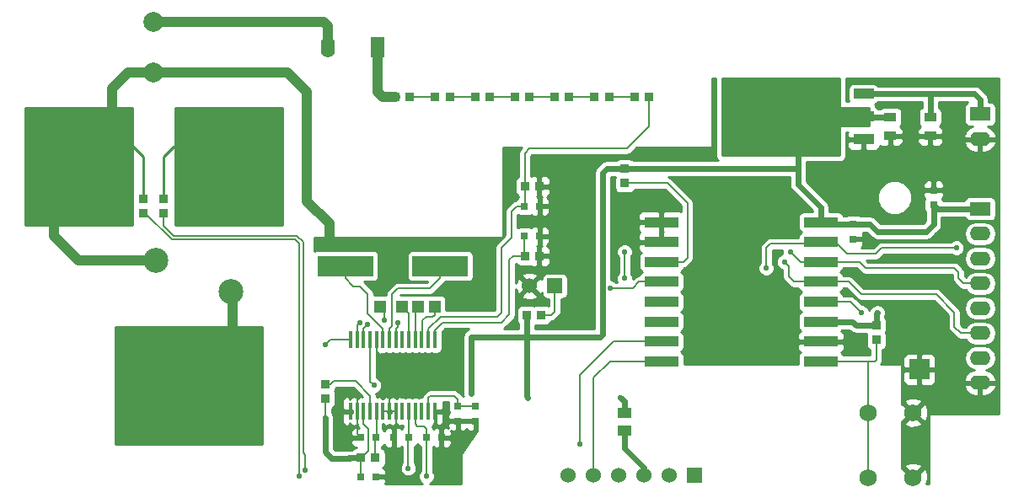
<source format=gtl>
G04 #@! TF.FileFunction,Copper,L1,Top,Signal*
%FSLAX46Y46*%
G04 Gerber Fmt 4.6, Leading zero omitted, Abs format (unit mm)*
G04 Created by KiCad (PCBNEW (2015-08-16 BZR 6096)-product) date Wed 23 Sep 2015 10:28:05 PDT*
%MOMM*%
G01*
G04 APERTURE LIST*
%ADD10C,0.152400*%
%ADD11R,1.300000X0.900000*%
%ADD12R,0.800000X0.800000*%
%ADD13R,2.100000X1.400000*%
%ADD14O,2.100000X1.400000*%
%ADD15R,1.524000X1.524000*%
%ADD16C,1.524000*%
%ADD17R,0.950000X0.950000*%
%ADD18R,2.700000X6.200000*%
%ADD19R,1.400000X1.100000*%
%ADD20C,1.750000*%
%ADD21R,2.032000X2.032000*%
%ADD22R,1.270000X1.270000*%
%ADD23R,2.032000X3.657600*%
%ADD24R,2.032000X1.016000*%
%ADD25R,0.400000X1.750000*%
%ADD26R,3.500000X1.000000*%
%ADD27R,5.600000X2.100000*%
%ADD28R,1.400000X2.100000*%
%ADD29O,1.400000X2.100000*%
%ADD30C,1.998980*%
%ADD31C,2.500000*%
%ADD32C,3.048000*%
%ADD33C,0.584200*%
%ADD34C,0.203200*%
%ADD35C,1.016000*%
%ADD36C,0.250000*%
%ADD37C,0.609600*%
%ADD38C,0.254000*%
G04 APERTURE END LIST*
D10*
D11*
X201990000Y-87047500D03*
X201990000Y-88952500D03*
X197990000Y-87047500D03*
X197990000Y-88952500D03*
D12*
X151396000Y-119263000D03*
X152896000Y-119263000D03*
X148094000Y-119263000D03*
X149594000Y-119263000D03*
X161250000Y-96010000D03*
X162750000Y-96010000D03*
X161250000Y-99010000D03*
X162750000Y-99010000D03*
X144792000Y-123200000D03*
X146292000Y-123200000D03*
X146292000Y-119243000D03*
X144792000Y-119243000D03*
X156327000Y-116090000D03*
X156327000Y-117590000D03*
X154549000Y-116090000D03*
X154549000Y-117590000D03*
X202321000Y-95873000D03*
X202321000Y-94373000D03*
X194249200Y-97802000D03*
X194249200Y-99302000D03*
D13*
X207000000Y-86750000D03*
D14*
X207000000Y-89250000D03*
D15*
X164270000Y-104000000D03*
D16*
X161730000Y-104000000D03*
D14*
X207000000Y-98750000D03*
X207000000Y-101250000D03*
D13*
X207000000Y-96250000D03*
D14*
X207000000Y-103750000D03*
X207000000Y-106250000D03*
X207000000Y-108750000D03*
X207000000Y-111250000D03*
X207000000Y-113750000D03*
D15*
X178350000Y-123000000D03*
D16*
X175810000Y-123000000D03*
X173270000Y-123000000D03*
X170730000Y-123000000D03*
X168190000Y-123000000D03*
X165650000Y-123000000D03*
D17*
X148275000Y-85010000D03*
X149725000Y-85010000D03*
X152275000Y-85010000D03*
X153725000Y-85010000D03*
X156275000Y-85010000D03*
X157725000Y-85010000D03*
X122962000Y-96725000D03*
X122962000Y-95275000D03*
D18*
X119802000Y-90000000D03*
X128102000Y-90000000D03*
D17*
X160275000Y-85010000D03*
X161725000Y-85010000D03*
X124962000Y-96725000D03*
X124962000Y-95275000D03*
X164275000Y-85010000D03*
X165725000Y-85010000D03*
X168275000Y-85010000D03*
X169725000Y-85010000D03*
X172275000Y-85010000D03*
X173725000Y-85010000D03*
X161275000Y-94010000D03*
X162725000Y-94010000D03*
X161275000Y-101010000D03*
X162725000Y-101010000D03*
X144817000Y-121295000D03*
X146267000Y-121295000D03*
D19*
X171287600Y-116777800D03*
X171287600Y-118527800D03*
D17*
X196586000Y-107987000D03*
X196586000Y-109437000D03*
X161454000Y-106944000D03*
X162904000Y-106944000D03*
X171313000Y-92239000D03*
X171313000Y-93689000D03*
D20*
X195750000Y-116750000D03*
X200250000Y-116750000D03*
X195750000Y-123250000D03*
X200250000Y-123250000D03*
D21*
X200914000Y-112395000D03*
D22*
X150571200Y-106070400D03*
X148945600Y-106070400D03*
X146710400Y-106070400D03*
X152196800Y-106070400D03*
D23*
X188698000Y-87000000D03*
D24*
X195302000Y-87000000D03*
X195302000Y-84714000D03*
X195302000Y-89286000D03*
D25*
X143775000Y-116600000D03*
X144425000Y-116600000D03*
X145075000Y-116600000D03*
X145725000Y-116600000D03*
X146375000Y-116600000D03*
X147025000Y-116600000D03*
X147675000Y-116600000D03*
X148325000Y-116600000D03*
X148975000Y-116600000D03*
X149625000Y-116600000D03*
X150275000Y-116600000D03*
X150925000Y-116600000D03*
X151575000Y-116600000D03*
X152225000Y-116600000D03*
X152225000Y-109400000D03*
X151575000Y-109400000D03*
X150925000Y-109400000D03*
X150275000Y-109400000D03*
X149625000Y-109400000D03*
X148975000Y-109400000D03*
X148325000Y-109400000D03*
X147675000Y-109400000D03*
X147025000Y-109400000D03*
X146375000Y-109400000D03*
X145725000Y-109400000D03*
X145075000Y-109400000D03*
X144425000Y-109400000D03*
X143775000Y-109400000D03*
D26*
X191000000Y-111600000D03*
X191000000Y-109600000D03*
X191000000Y-107600000D03*
X191000000Y-105600000D03*
X191000000Y-103600000D03*
X191000000Y-101600000D03*
X191000000Y-99600000D03*
X191000000Y-97600000D03*
X175000000Y-97600000D03*
X175000000Y-99600000D03*
X175000000Y-101600000D03*
X175000000Y-103600000D03*
X175000000Y-105600000D03*
X175000000Y-107600000D03*
X175000000Y-109600000D03*
X175000000Y-111600000D03*
D27*
X143250000Y-102000000D03*
X152750000Y-102000000D03*
D17*
X141234000Y-115329800D03*
X141234000Y-113879800D03*
D28*
X146500000Y-80000000D03*
D29*
X141500000Y-80000000D03*
D30*
X124000000Y-82540000D03*
X124000000Y-77460000D03*
D31*
X131750000Y-104600000D03*
X124250000Y-101400000D03*
D32*
X131953000Y-116459000D03*
X131953000Y-111379000D03*
X123698000Y-116459000D03*
X123698000Y-111379000D03*
X113952000Y-94540000D03*
X113952000Y-89460000D03*
X133952000Y-94540000D03*
X133952000Y-89460000D03*
D33*
X144272000Y-115011200D03*
X146710400Y-111353600D03*
X147929600Y-120497600D03*
X147726400Y-115011200D03*
X154432000Y-119278400D03*
X195681600Y-99364800D03*
X194056000Y-109728000D03*
X201777600Y-93065600D03*
X172313600Y-97536000D03*
X199948800Y-89001600D03*
X164185600Y-94081600D03*
X164388800Y-98755200D03*
X141630400Y-99568000D03*
X200500000Y-121000000D03*
X161544000Y-115214400D03*
X170891200Y-115214400D03*
X141224000Y-109931200D03*
X141224000Y-117246400D03*
X196697600Y-98552000D03*
X196697600Y-106680000D03*
X155854400Y-114808000D03*
X143662400Y-121310400D03*
X138582400Y-123139200D03*
X151384000Y-123139200D03*
X139192000Y-122529600D03*
X149555200Y-122326400D03*
X169875200Y-104241600D03*
X146100800Y-113995200D03*
X171297600Y-103225600D03*
X171297600Y-100584000D03*
X187960000Y-100584000D03*
X204622400Y-100177600D03*
X145491200Y-107899200D03*
X185521600Y-102209600D03*
X144678400Y-107696000D03*
X187350400Y-101600000D03*
X166827200Y-119888000D03*
X148539200Y-107696000D03*
X147116800Y-107492800D03*
X195072000Y-106680000D03*
D34*
X144425000Y-116600000D02*
X144425000Y-115164200D01*
X144425000Y-115164200D02*
X144272000Y-115011200D01*
X147025000Y-116600000D02*
X147675000Y-116600000D01*
X148325000Y-116600000D02*
X147675000Y-116600000D01*
X146375000Y-109400000D02*
X146375000Y-111018200D01*
X146375000Y-111018200D02*
X146710400Y-111353600D01*
D35*
X113952000Y-94540000D02*
X113952000Y-98952000D01*
X116400000Y-101400000D02*
X124250000Y-101400000D01*
X113952000Y-98952000D02*
X116400000Y-101400000D01*
D34*
X152225000Y-116600000D02*
X152225000Y-117681000D01*
X152896000Y-118225000D02*
X152896000Y-119263000D01*
X152781000Y-118110000D02*
X152896000Y-118225000D01*
X152654000Y-118110000D02*
X152781000Y-118110000D01*
X152225000Y-117681000D02*
X152654000Y-118110000D01*
X148325000Y-116600000D02*
X148325000Y-117867000D01*
X148094000Y-118098000D02*
X148094000Y-119263000D01*
X148325000Y-117867000D02*
X148094000Y-118098000D01*
X144425000Y-116600000D02*
X144425000Y-118876000D01*
X144425000Y-118876000D02*
X144792000Y-119243000D01*
D36*
X122962000Y-95275000D02*
X122962000Y-91010000D01*
X121952000Y-90000000D02*
X119802000Y-90000000D01*
X122962000Y-91010000D02*
X121952000Y-90000000D01*
D34*
X148094000Y-120333200D02*
X147929600Y-120497600D01*
X148094000Y-119263000D02*
X148094000Y-120333200D01*
X147675000Y-115062600D02*
X147726400Y-115011200D01*
X147675000Y-116600000D02*
X147675000Y-115062600D01*
X154416600Y-119263000D02*
X154432000Y-119278400D01*
X152896000Y-119263000D02*
X154416600Y-119263000D01*
X195618800Y-99302000D02*
X195681600Y-99364800D01*
X194249200Y-99302000D02*
X195618800Y-99302000D01*
X193928000Y-109600000D02*
X194056000Y-109728000D01*
X191000000Y-109600000D02*
X193928000Y-109600000D01*
X202321000Y-93609000D02*
X201777600Y-93065600D01*
X202321000Y-94373000D02*
X202321000Y-93609000D01*
X172377600Y-97600000D02*
X172313600Y-97536000D01*
X175000000Y-97600000D02*
X172377600Y-97600000D01*
X199899700Y-88952500D02*
X199948800Y-89001600D01*
X197990000Y-88952500D02*
X199899700Y-88952500D01*
X164114000Y-94010000D02*
X164185600Y-94081600D01*
X162725000Y-94010000D02*
X164114000Y-94010000D01*
X164134000Y-99010000D02*
X164388800Y-98755200D01*
X162750000Y-99010000D02*
X164134000Y-99010000D01*
D35*
X119802000Y-84198000D02*
X121460000Y-82540000D01*
X121460000Y-82540000D02*
X124000000Y-82540000D01*
X119802000Y-90000000D02*
X119802000Y-84198000D01*
X137404000Y-82540000D02*
X139395200Y-84531200D01*
X139395200Y-84531200D02*
X139395200Y-95504000D01*
X139395200Y-95504000D02*
X141630400Y-97739200D01*
X141630400Y-97739200D02*
X141630400Y-99568000D01*
X124000000Y-82540000D02*
X137404000Y-82540000D01*
D37*
X171287600Y-116777800D02*
X171287600Y-115610800D01*
X161442400Y-115112800D02*
X161442400Y-109016800D01*
X161544000Y-115214400D02*
X161442400Y-115112800D01*
X171287600Y-115610800D02*
X170891200Y-115214400D01*
X143662400Y-121310400D02*
X141833600Y-121310400D01*
X141224000Y-120700800D02*
X141224000Y-117246400D01*
X141833600Y-121310400D02*
X141224000Y-120700800D01*
D34*
X143775000Y-109400000D02*
X141755200Y-109400000D01*
X141755200Y-109400000D02*
X141224000Y-109931200D01*
X141234000Y-117236400D02*
X141234000Y-115329800D01*
X141224000Y-117246400D02*
X141234000Y-117236400D01*
X141552600Y-115011200D02*
X141234000Y-115329800D01*
X145075000Y-116600000D02*
X145075000Y-117897000D01*
X145542000Y-120570000D02*
X144792000Y-121320000D01*
X145542000Y-118364000D02*
X145542000Y-120570000D01*
X145075000Y-117897000D02*
X145542000Y-118364000D01*
X144792000Y-121320000D02*
X144792000Y-123200000D01*
D37*
X161340800Y-109118400D02*
X161442400Y-109016800D01*
X161442400Y-109016800D02*
X161454000Y-109005200D01*
X161137600Y-109118400D02*
X161340800Y-109118400D01*
X161454000Y-109005200D02*
X161454000Y-106944000D01*
X143677800Y-121295000D02*
X143662400Y-121310400D01*
X144817000Y-121295000D02*
X143677800Y-121295000D01*
X143627000Y-121275000D02*
X143662400Y-121310400D01*
X191000000Y-96105600D02*
X188698000Y-93803600D01*
X188698000Y-92239000D02*
X188698000Y-87000000D01*
X188698000Y-93803600D02*
X188698000Y-92239000D01*
X191000000Y-97600000D02*
X191000000Y-96105600D01*
X171313000Y-92239000D02*
X188698000Y-92239000D01*
X191202000Y-97802000D02*
X191000000Y-97600000D01*
X194249200Y-97802000D02*
X191202000Y-97802000D01*
X195947600Y-97802000D02*
X196697600Y-98552000D01*
X196697600Y-106680000D02*
X196586000Y-106791600D01*
X196586000Y-106791600D02*
X196586000Y-107987000D01*
X194249200Y-97802000D02*
X195947600Y-97802000D01*
X194163200Y-107600000D02*
X194550200Y-107987000D01*
X194550200Y-107987000D02*
X196586000Y-107987000D01*
X191000000Y-107600000D02*
X194163200Y-107600000D01*
X202698000Y-96250000D02*
X202321000Y-95873000D01*
X207000000Y-96250000D02*
X202698000Y-96250000D01*
X201574400Y-98552000D02*
X202321000Y-97805400D01*
X202321000Y-97805400D02*
X202321000Y-95873000D01*
X196697600Y-98552000D02*
X201574400Y-98552000D01*
X169482600Y-92239000D02*
X169062400Y-92659200D01*
X161137600Y-109118400D02*
X168859200Y-109118400D01*
X169482600Y-92239000D02*
X171313000Y-92239000D01*
X169062400Y-108915200D02*
X168859200Y-109118400D01*
X169062400Y-92659200D02*
X169062400Y-108915200D01*
X155854400Y-109118400D02*
X161137600Y-109118400D01*
X155854400Y-109118400D02*
X155854400Y-114808000D01*
X195349500Y-87047500D02*
X195302000Y-87000000D01*
X197990000Y-87047500D02*
X195349500Y-87047500D01*
D34*
X143727000Y-109352000D02*
X143775000Y-109400000D01*
X122962000Y-96725000D02*
X123141000Y-96725000D01*
X150275000Y-116600000D02*
X150275000Y-117890000D01*
X151396000Y-118376000D02*
X151396000Y-119263000D01*
X151130000Y-118110000D02*
X151396000Y-118376000D01*
X150495000Y-118110000D02*
X151130000Y-118110000D01*
X150275000Y-117890000D02*
X150495000Y-118110000D01*
X138176000Y-99364802D02*
X138176000Y-99364802D01*
X125780802Y-99364802D02*
X138176000Y-99364802D01*
X123141000Y-96725000D02*
X125780802Y-99364802D01*
X138176002Y-99364802D02*
X138582400Y-99771200D01*
X138582400Y-99771200D02*
X138582400Y-123139200D01*
X151384000Y-123139200D02*
X151396000Y-123127200D01*
X151396000Y-123127200D02*
X151396000Y-119263000D01*
X138176000Y-99364802D02*
X138176002Y-99364802D01*
X149625000Y-116600000D02*
X149625000Y-118256000D01*
X149594000Y-118287000D02*
X149594000Y-119263000D01*
X149625000Y-118256000D02*
X149594000Y-118287000D01*
X124962000Y-97936400D02*
X125984000Y-98958400D01*
X125984000Y-98958400D02*
X138176000Y-98958400D01*
X124962000Y-96725000D02*
X124962000Y-97936400D01*
X138176000Y-98958400D02*
X138379200Y-98958400D01*
X138379200Y-98958400D02*
X138988800Y-99568000D01*
X138988800Y-99602850D02*
X138988810Y-99602860D01*
X138988800Y-99568000D02*
X138988800Y-99602850D01*
X139192000Y-120958642D02*
X139192000Y-122529600D01*
X138988810Y-120755452D02*
X139192000Y-120958642D01*
X138988810Y-99602860D02*
X138988810Y-120755452D01*
X149555200Y-119301800D02*
X149594000Y-119263000D01*
X149555200Y-122326400D02*
X149555200Y-119301800D01*
X151575000Y-108317800D02*
X152806402Y-107086398D01*
X152806402Y-107086398D02*
X158496002Y-107086398D01*
X158496002Y-107086398D02*
X158902400Y-106680000D01*
X158902400Y-106680000D02*
X158902400Y-100177600D01*
X158902400Y-100177600D02*
X159918400Y-99161600D01*
X159918400Y-99161600D02*
X159918400Y-96520000D01*
X159918400Y-96520000D02*
X160428400Y-96010000D01*
X160428400Y-96010000D02*
X161250000Y-96010000D01*
X151575000Y-109400000D02*
X151575000Y-108317800D01*
X161275000Y-95985000D02*
X161250000Y-96010000D01*
X161275000Y-94010000D02*
X161275000Y-95985000D01*
X173725000Y-87996600D02*
X171500800Y-90220800D01*
X171500800Y-90220800D02*
X161747200Y-90220800D01*
X161747200Y-90220800D02*
X161275000Y-90693000D01*
X161275000Y-90693000D02*
X161275000Y-94010000D01*
X173725000Y-85010000D02*
X173725000Y-87996600D01*
X152225000Y-108480600D02*
X153009600Y-107696000D01*
X153009600Y-107696000D02*
X158902400Y-107696000D01*
X158902400Y-107696000D02*
X159715200Y-106883200D01*
X159715200Y-106883200D02*
X159715200Y-101396800D01*
X159715200Y-101396800D02*
X160102000Y-101010000D01*
X160102000Y-101010000D02*
X161275000Y-101010000D01*
X152225000Y-109400000D02*
X152225000Y-108480600D01*
X161250000Y-100985000D02*
X161275000Y-101010000D01*
X161250000Y-99010000D02*
X161250000Y-100985000D01*
X146267000Y-121295000D02*
X146267000Y-119268000D01*
X146267000Y-119268000D02*
X146292000Y-119243000D01*
X146375000Y-116600000D02*
X146375000Y-119160000D01*
X146375000Y-119160000D02*
X146292000Y-119243000D01*
X154549000Y-116090000D02*
X156327000Y-116090000D01*
X151575000Y-116600000D02*
X151575000Y-115252000D01*
X154549000Y-115433000D02*
X154549000Y-116090000D01*
X154178000Y-115062000D02*
X154549000Y-115433000D01*
X151765000Y-115062000D02*
X154178000Y-115062000D01*
X151575000Y-115252000D02*
X151765000Y-115062000D01*
D35*
X141061600Y-77460000D02*
X141500000Y-77898400D01*
X141500000Y-77898400D02*
X141500000Y-80000000D01*
X124000000Y-77460000D02*
X141061600Y-77460000D01*
X148275000Y-85010000D02*
X147010000Y-85010000D01*
X146500000Y-84500000D02*
X146500000Y-80000000D01*
X147010000Y-85010000D02*
X146500000Y-84500000D01*
X131953000Y-111379000D02*
X131953000Y-104803000D01*
X131953000Y-104803000D02*
X131750000Y-104600000D01*
D34*
X172752000Y-103600000D02*
X172110400Y-104241600D01*
X172110400Y-104241600D02*
X169875200Y-104241600D01*
X175000000Y-103600000D02*
X172752000Y-103600000D01*
X163921600Y-106944000D02*
X164270000Y-106595600D01*
X164270000Y-106595600D02*
X164270000Y-104000000D01*
X162904000Y-106944000D02*
X163921600Y-106944000D01*
X194868800Y-101600000D02*
X195478400Y-102209600D01*
X195478400Y-102209600D02*
X204419200Y-102209600D01*
X204419200Y-102209600D02*
X204825600Y-102616000D01*
X204825600Y-102616000D02*
X204825600Y-103225600D01*
X204825600Y-103225600D02*
X205350000Y-103750000D01*
X205350000Y-103750000D02*
X207000000Y-103750000D01*
X191000000Y-101600000D02*
X194868800Y-101600000D01*
X145725000Y-113619400D02*
X146100800Y-113995200D01*
X171297600Y-103225600D02*
X171297600Y-100584000D01*
X187960000Y-100584000D02*
X188976000Y-101600000D01*
X188976000Y-101600000D02*
X191000000Y-101600000D01*
X145725000Y-109400000D02*
X145725000Y-113619400D01*
X197104000Y-100177600D02*
X204622400Y-100177600D01*
X196494400Y-100787200D02*
X197104000Y-100177600D01*
X193649600Y-100787200D02*
X196494400Y-100787200D01*
X192462400Y-99600000D02*
X193649600Y-100787200D01*
X191000000Y-99600000D02*
X192462400Y-99600000D01*
X190828800Y-99771200D02*
X191000000Y-99600000D01*
X145075000Y-108315400D02*
X145491200Y-107899200D01*
X185521600Y-102209600D02*
X185521600Y-100177600D01*
X185521600Y-100177600D02*
X185928000Y-99771200D01*
X185928000Y-99771200D02*
X190828800Y-99771200D01*
X145075000Y-109400000D02*
X145075000Y-108315400D01*
X193820800Y-103600000D02*
X195072000Y-104851200D01*
X195072000Y-104851200D02*
X202590400Y-104851200D01*
X202590400Y-104851200D02*
X204419200Y-106680000D01*
X204419200Y-106680000D02*
X204419200Y-108102400D01*
X204419200Y-108102400D02*
X205066800Y-108750000D01*
X205066800Y-108750000D02*
X207000000Y-108750000D01*
X191000000Y-103600000D02*
X193820800Y-103600000D01*
X144425000Y-107949400D02*
X144678400Y-107696000D01*
X187350400Y-101600000D02*
X187756800Y-102006400D01*
X187756800Y-102006400D02*
X187756800Y-103022400D01*
X187756800Y-103022400D02*
X188334400Y-103600000D01*
X188334400Y-103600000D02*
X191000000Y-103600000D01*
X144425000Y-109400000D02*
X144425000Y-107949400D01*
X170206400Y-109600000D02*
X166827200Y-112979200D01*
X166827200Y-112979200D02*
X166827200Y-119888000D01*
X175000000Y-109600000D02*
X170206400Y-109600000D01*
X169832000Y-111600000D02*
X168190000Y-113242000D01*
X168190000Y-113242000D02*
X168190000Y-123000000D01*
X175000000Y-111600000D02*
X169832000Y-111600000D01*
D36*
X124962000Y-95275000D02*
X124962000Y-91010000D01*
X125952000Y-90020000D02*
X128082000Y-90020000D01*
X124962000Y-91010000D02*
X125952000Y-90020000D01*
X128082000Y-90020000D02*
X128102000Y-90000000D01*
D34*
X149725000Y-85010000D02*
X152275000Y-85010000D01*
X153725000Y-85010000D02*
X156275000Y-85010000D01*
X157725000Y-85010000D02*
X160275000Y-85010000D01*
X161725000Y-85010000D02*
X164275000Y-85010000D01*
X165725000Y-85010000D02*
X168275000Y-85010000D01*
X169725000Y-85010000D02*
X172275000Y-85010000D01*
X196451200Y-111600000D02*
X196586000Y-111465200D01*
X196586000Y-111465200D02*
X196586000Y-109437000D01*
X195750000Y-111600000D02*
X196451200Y-111600000D01*
X191000000Y-111600000D02*
X195750000Y-111600000D01*
X195750000Y-116750000D02*
X195750000Y-111600000D01*
X195750000Y-116750000D02*
X195750000Y-123250000D01*
X177190400Y-101600000D02*
X177596800Y-101193600D01*
X177596800Y-101193600D02*
X177596800Y-95707200D01*
X177596800Y-95707200D02*
X175578600Y-93689000D01*
X175578600Y-93689000D02*
X171313000Y-93689000D01*
X175000000Y-101600000D02*
X177190400Y-101600000D01*
X150275000Y-106366600D02*
X150571200Y-106070400D01*
X150275000Y-109400000D02*
X150275000Y-106366600D01*
X149625000Y-106749800D02*
X148945600Y-106070400D01*
X149625000Y-109400000D02*
X149625000Y-106749800D01*
X148325000Y-108321800D02*
X148539200Y-108107600D01*
X148539200Y-108107600D02*
X148539200Y-107696000D01*
X148325000Y-109400000D02*
X148325000Y-108321800D01*
X147116800Y-106476800D02*
X146710400Y-106070400D01*
X147116800Y-107492800D02*
X147116800Y-106476800D01*
X150925000Y-108659400D02*
X150977600Y-108606800D01*
X150925000Y-109400000D02*
X150925000Y-108659400D01*
X150977600Y-108606800D02*
X150977600Y-107492800D01*
X150977600Y-107492800D02*
X151384000Y-107086400D01*
X152196800Y-106908600D02*
X152196800Y-106070400D01*
X152019000Y-107086400D02*
X152196800Y-106908600D01*
X151384000Y-107086400D02*
X152019000Y-107086400D01*
X147675000Y-108321800D02*
X147675000Y-109400000D01*
X147939801Y-104840999D02*
X147939801Y-108056999D01*
X151761600Y-104241600D02*
X148539200Y-104241600D01*
X152750000Y-103253200D02*
X151761600Y-104241600D01*
X147939801Y-108056999D02*
X147675000Y-108321800D01*
X148539200Y-104241600D02*
X147939801Y-104840999D01*
X152750000Y-102000000D02*
X152750000Y-103253200D01*
X147025000Y-108284414D02*
X145491200Y-106750614D01*
X147025000Y-109400000D02*
X147025000Y-108284414D01*
X145491200Y-106750614D02*
X145491200Y-104851200D01*
X145491200Y-104851200D02*
X144678400Y-104038400D01*
X143250000Y-103253200D02*
X143250000Y-102000000D01*
X144035200Y-104038400D02*
X143250000Y-103253200D01*
X144678400Y-104038400D02*
X144035200Y-104038400D01*
D37*
X206430800Y-84714000D02*
X207000000Y-85283200D01*
X207000000Y-85283200D02*
X207000000Y-86750000D01*
X201990000Y-84714000D02*
X206430800Y-84714000D01*
X195302000Y-84714000D02*
X201990000Y-84714000D01*
X201990000Y-87047500D02*
X201990000Y-84714000D01*
D34*
X141234000Y-113879800D02*
X141745800Y-113879800D01*
X145725000Y-115041800D02*
X145725000Y-116600000D01*
X144272000Y-113588800D02*
X145725000Y-115041800D01*
X142036800Y-113588800D02*
X144272000Y-113588800D01*
X141745800Y-113879800D02*
X142036800Y-113588800D01*
X193992000Y-105600000D02*
X195072000Y-106680000D01*
X191000000Y-105600000D02*
X193992000Y-105600000D01*
D37*
X171287600Y-118527800D02*
X171287600Y-120284400D01*
X171287600Y-120284400D02*
X173270000Y-122266800D01*
X173270000Y-122266800D02*
X173270000Y-123000000D01*
D38*
G36*
X134873000Y-119873000D02*
X120127000Y-119873000D01*
X120127000Y-108127000D01*
X134873000Y-108127000D01*
X134873000Y-119873000D01*
X134873000Y-119873000D01*
G37*
X134873000Y-119873000D02*
X120127000Y-119873000D01*
X120127000Y-108127000D01*
X134873000Y-108127000D01*
X134873000Y-119873000D01*
G36*
X136873000Y-97873000D02*
X126127000Y-97873000D01*
X126127000Y-86127000D01*
X136873000Y-86127000D01*
X136873000Y-97873000D01*
X136873000Y-97873000D01*
G37*
X136873000Y-97873000D02*
X126127000Y-97873000D01*
X126127000Y-86127000D01*
X136873000Y-86127000D01*
X136873000Y-97873000D01*
G36*
X192873000Y-86000000D02*
X192883006Y-86049410D01*
X192911447Y-86091035D01*
X192953841Y-86118315D01*
X193000000Y-86127000D01*
X195873000Y-86127000D01*
X195873000Y-87873000D01*
X193000000Y-87873000D01*
X192950590Y-87883006D01*
X192908965Y-87911447D01*
X192881685Y-87953841D01*
X192873000Y-88000000D01*
X192873000Y-90873000D01*
X181127000Y-90873000D01*
X181127000Y-83127000D01*
X192873000Y-83127000D01*
X192873000Y-86000000D01*
X192873000Y-86000000D01*
G37*
X192873000Y-86000000D02*
X192883006Y-86049410D01*
X192911447Y-86091035D01*
X192953841Y-86118315D01*
X193000000Y-86127000D01*
X195873000Y-86127000D01*
X195873000Y-87873000D01*
X193000000Y-87873000D01*
X192950590Y-87883006D01*
X192908965Y-87911447D01*
X192881685Y-87953841D01*
X192873000Y-88000000D01*
X192873000Y-90873000D01*
X181127000Y-90873000D01*
X181127000Y-83127000D01*
X192873000Y-83127000D01*
X192873000Y-86000000D01*
G36*
X148425000Y-117881428D02*
X148425000Y-117951250D01*
X148583750Y-118110000D01*
X148651310Y-118110000D01*
X148871368Y-118018849D01*
X148990000Y-118018849D01*
X148990000Y-118131151D01*
X148959000Y-118287000D01*
X148959000Y-118380368D01*
X148928816Y-118399791D01*
X148853698Y-118324673D01*
X148620309Y-118228000D01*
X148379750Y-118228000D01*
X148221000Y-118386750D01*
X148221000Y-119136000D01*
X148241000Y-119136000D01*
X148241000Y-119390000D01*
X148221000Y-119390000D01*
X148221000Y-120139250D01*
X148379750Y-120298000D01*
X148620309Y-120298000D01*
X148853698Y-120201327D01*
X148920200Y-120134825D01*
X148920200Y-121793876D01*
X148855783Y-121858181D01*
X148729843Y-122161477D01*
X148729557Y-122489882D01*
X148854967Y-122793398D01*
X149086981Y-123025817D01*
X149390277Y-123151757D01*
X149718682Y-123152043D01*
X150022198Y-123026633D01*
X150254617Y-122794619D01*
X150380557Y-122491323D01*
X150380843Y-122162918D01*
X150255433Y-121859402D01*
X150190200Y-121794055D01*
X150190200Y-120169932D01*
X150191666Y-120169656D01*
X150373210Y-120052835D01*
X150495001Y-119874588D01*
X150495791Y-119870685D01*
X150606165Y-120042210D01*
X150761000Y-120148004D01*
X150761000Y-122594697D01*
X150684583Y-122670981D01*
X150558643Y-122974277D01*
X150558357Y-123302682D01*
X150683767Y-123606198D01*
X150915781Y-123838617D01*
X150998584Y-123873000D01*
X147266239Y-123873000D01*
X147327000Y-123726310D01*
X147327000Y-123485750D01*
X147168250Y-123327000D01*
X146419000Y-123327000D01*
X146419000Y-123347000D01*
X146165000Y-123347000D01*
X146165000Y-123327000D01*
X146145000Y-123327000D01*
X146145000Y-123073000D01*
X146165000Y-123073000D01*
X146165000Y-123053000D01*
X146419000Y-123053000D01*
X146419000Y-123073000D01*
X147168250Y-123073000D01*
X147327000Y-122914250D01*
X147327000Y-122673690D01*
X147230327Y-122440301D01*
X147051698Y-122261673D01*
X146997705Y-122239308D01*
X147121210Y-122159835D01*
X147243001Y-121981588D01*
X147285849Y-121770000D01*
X147285849Y-120820000D01*
X147248656Y-120622334D01*
X147131835Y-120440790D01*
X146953588Y-120318999D01*
X146902000Y-120308552D01*
X146902000Y-120141719D01*
X147071210Y-120032835D01*
X147126409Y-119952049D01*
X147155673Y-120022699D01*
X147334302Y-120201327D01*
X147567691Y-120298000D01*
X147808250Y-120298000D01*
X147967000Y-120139250D01*
X147967000Y-119390000D01*
X147947000Y-119390000D01*
X147947000Y-119136000D01*
X147967000Y-119136000D01*
X147967000Y-118386750D01*
X147808250Y-118228000D01*
X147567691Y-118228000D01*
X147334302Y-118324673D01*
X147155673Y-118503301D01*
X147136714Y-118549073D01*
X147081835Y-118463790D01*
X147010000Y-118414707D01*
X147010000Y-117908025D01*
X147115301Y-118013327D01*
X147237830Y-118064080D01*
X147283750Y-118110000D01*
X147416250Y-118110000D01*
X147462170Y-118064080D01*
X147584699Y-118013327D01*
X147675000Y-117923025D01*
X147765301Y-118013327D01*
X147887830Y-118064080D01*
X147933750Y-118110000D01*
X148066250Y-118110000D01*
X148112170Y-118064080D01*
X148234699Y-118013327D01*
X148390304Y-117857721D01*
X148425000Y-117881428D01*
X148425000Y-117881428D01*
G37*
X148425000Y-117881428D02*
X148425000Y-117951250D01*
X148583750Y-118110000D01*
X148651310Y-118110000D01*
X148871368Y-118018849D01*
X148990000Y-118018849D01*
X148990000Y-118131151D01*
X148959000Y-118287000D01*
X148959000Y-118380368D01*
X148928816Y-118399791D01*
X148853698Y-118324673D01*
X148620309Y-118228000D01*
X148379750Y-118228000D01*
X148221000Y-118386750D01*
X148221000Y-119136000D01*
X148241000Y-119136000D01*
X148241000Y-119390000D01*
X148221000Y-119390000D01*
X148221000Y-120139250D01*
X148379750Y-120298000D01*
X148620309Y-120298000D01*
X148853698Y-120201327D01*
X148920200Y-120134825D01*
X148920200Y-121793876D01*
X148855783Y-121858181D01*
X148729843Y-122161477D01*
X148729557Y-122489882D01*
X148854967Y-122793398D01*
X149086981Y-123025817D01*
X149390277Y-123151757D01*
X149718682Y-123152043D01*
X150022198Y-123026633D01*
X150254617Y-122794619D01*
X150380557Y-122491323D01*
X150380843Y-122162918D01*
X150255433Y-121859402D01*
X150190200Y-121794055D01*
X150190200Y-120169932D01*
X150191666Y-120169656D01*
X150373210Y-120052835D01*
X150495001Y-119874588D01*
X150495791Y-119870685D01*
X150606165Y-120042210D01*
X150761000Y-120148004D01*
X150761000Y-122594697D01*
X150684583Y-122670981D01*
X150558643Y-122974277D01*
X150558357Y-123302682D01*
X150683767Y-123606198D01*
X150915781Y-123838617D01*
X150998584Y-123873000D01*
X147266239Y-123873000D01*
X147327000Y-123726310D01*
X147327000Y-123485750D01*
X147168250Y-123327000D01*
X146419000Y-123327000D01*
X146419000Y-123347000D01*
X146165000Y-123347000D01*
X146165000Y-123327000D01*
X146145000Y-123327000D01*
X146145000Y-123073000D01*
X146165000Y-123073000D01*
X146165000Y-123053000D01*
X146419000Y-123053000D01*
X146419000Y-123073000D01*
X147168250Y-123073000D01*
X147327000Y-122914250D01*
X147327000Y-122673690D01*
X147230327Y-122440301D01*
X147051698Y-122261673D01*
X146997705Y-122239308D01*
X147121210Y-122159835D01*
X147243001Y-121981588D01*
X147285849Y-121770000D01*
X147285849Y-120820000D01*
X147248656Y-120622334D01*
X147131835Y-120440790D01*
X146953588Y-120318999D01*
X146902000Y-120308552D01*
X146902000Y-120141719D01*
X147071210Y-120032835D01*
X147126409Y-119952049D01*
X147155673Y-120022699D01*
X147334302Y-120201327D01*
X147567691Y-120298000D01*
X147808250Y-120298000D01*
X147967000Y-120139250D01*
X147967000Y-119390000D01*
X147947000Y-119390000D01*
X147947000Y-119136000D01*
X147967000Y-119136000D01*
X147967000Y-118386750D01*
X147808250Y-118228000D01*
X147567691Y-118228000D01*
X147334302Y-118324673D01*
X147155673Y-118503301D01*
X147136714Y-118549073D01*
X147081835Y-118463790D01*
X147010000Y-118414707D01*
X147010000Y-117908025D01*
X147115301Y-118013327D01*
X147237830Y-118064080D01*
X147283750Y-118110000D01*
X147416250Y-118110000D01*
X147462170Y-118064080D01*
X147584699Y-118013327D01*
X147675000Y-117923025D01*
X147765301Y-118013327D01*
X147887830Y-118064080D01*
X147933750Y-118110000D01*
X148066250Y-118110000D01*
X148112170Y-118064080D01*
X148234699Y-118013327D01*
X148390304Y-117857721D01*
X148425000Y-117881428D01*
G36*
X153605151Y-116490000D02*
X153642344Y-116687666D01*
X153685791Y-116755184D01*
X153610673Y-116830302D01*
X153514000Y-117063691D01*
X153514000Y-117304250D01*
X153672750Y-117463000D01*
X154422000Y-117463000D01*
X154422000Y-117443000D01*
X154676000Y-117443000D01*
X154676000Y-117463000D01*
X155425250Y-117463000D01*
X155438000Y-117450250D01*
X155450750Y-117463000D01*
X156200000Y-117463000D01*
X156200000Y-117443000D01*
X156454000Y-117443000D01*
X156454000Y-117463000D01*
X156474000Y-117463000D01*
X156474000Y-117717000D01*
X156454000Y-117717000D01*
X156454000Y-118466250D01*
X156503519Y-118515769D01*
X154894330Y-120929553D01*
X154873000Y-121000000D01*
X154873000Y-123873000D01*
X151769759Y-123873000D01*
X151850998Y-123839433D01*
X152083417Y-123607419D01*
X152209357Y-123304123D01*
X152209643Y-122975718D01*
X152084233Y-122672202D01*
X152031000Y-122618876D01*
X152031000Y-120145632D01*
X152061184Y-120126209D01*
X152136302Y-120201327D01*
X152369691Y-120298000D01*
X152610250Y-120298000D01*
X152769000Y-120139250D01*
X152769000Y-119390000D01*
X153023000Y-119390000D01*
X153023000Y-120139250D01*
X153181750Y-120298000D01*
X153422309Y-120298000D01*
X153655698Y-120201327D01*
X153834327Y-120022699D01*
X153931000Y-119789310D01*
X153931000Y-119548750D01*
X153772250Y-119390000D01*
X153023000Y-119390000D01*
X152769000Y-119390000D01*
X152749000Y-119390000D01*
X152749000Y-119136000D01*
X152769000Y-119136000D01*
X152769000Y-118386750D01*
X153023000Y-118386750D01*
X153023000Y-119136000D01*
X153772250Y-119136000D01*
X153931000Y-118977250D01*
X153931000Y-118736690D01*
X153856165Y-118556023D01*
X154022690Y-118625000D01*
X154263250Y-118625000D01*
X154422000Y-118466250D01*
X154422000Y-117717000D01*
X154676000Y-117717000D01*
X154676000Y-118466250D01*
X154834750Y-118625000D01*
X155075310Y-118625000D01*
X155308699Y-118528327D01*
X155438000Y-118399025D01*
X155567301Y-118528327D01*
X155800690Y-118625000D01*
X156041250Y-118625000D01*
X156200000Y-118466250D01*
X156200000Y-117717000D01*
X155450750Y-117717000D01*
X155438000Y-117729750D01*
X155425250Y-117717000D01*
X154676000Y-117717000D01*
X154422000Y-117717000D01*
X153672750Y-117717000D01*
X153514000Y-117875750D01*
X153514000Y-118116309D01*
X153588835Y-118296978D01*
X153422309Y-118228000D01*
X153181750Y-118228000D01*
X153023000Y-118386750D01*
X152769000Y-118386750D01*
X152610250Y-118228000D01*
X152369691Y-118228000D01*
X152136302Y-118324673D01*
X152061880Y-118399095D01*
X152031000Y-118377996D01*
X152031000Y-118376000D01*
X151982664Y-118132996D01*
X151966879Y-118109371D01*
X152125000Y-117951250D01*
X152125000Y-117883631D01*
X152154210Y-117864835D01*
X152276001Y-117686588D01*
X152318849Y-117475000D01*
X152318849Y-116727000D01*
X152325000Y-116727000D01*
X152325000Y-117951250D01*
X152483750Y-118110000D01*
X152551310Y-118110000D01*
X152784699Y-118013327D01*
X152963327Y-117834698D01*
X153060000Y-117601309D01*
X153060000Y-116885750D01*
X152901250Y-116727000D01*
X152325000Y-116727000D01*
X152318849Y-116727000D01*
X152318849Y-116453000D01*
X152325000Y-116453000D01*
X152325000Y-116473000D01*
X152901250Y-116473000D01*
X153060000Y-116314250D01*
X153060000Y-115697000D01*
X153605151Y-115697000D01*
X153605151Y-116490000D01*
X153605151Y-116490000D01*
G37*
X153605151Y-116490000D02*
X153642344Y-116687666D01*
X153685791Y-116755184D01*
X153610673Y-116830302D01*
X153514000Y-117063691D01*
X153514000Y-117304250D01*
X153672750Y-117463000D01*
X154422000Y-117463000D01*
X154422000Y-117443000D01*
X154676000Y-117443000D01*
X154676000Y-117463000D01*
X155425250Y-117463000D01*
X155438000Y-117450250D01*
X155450750Y-117463000D01*
X156200000Y-117463000D01*
X156200000Y-117443000D01*
X156454000Y-117443000D01*
X156454000Y-117463000D01*
X156474000Y-117463000D01*
X156474000Y-117717000D01*
X156454000Y-117717000D01*
X156454000Y-118466250D01*
X156503519Y-118515769D01*
X154894330Y-120929553D01*
X154873000Y-121000000D01*
X154873000Y-123873000D01*
X151769759Y-123873000D01*
X151850998Y-123839433D01*
X152083417Y-123607419D01*
X152209357Y-123304123D01*
X152209643Y-122975718D01*
X152084233Y-122672202D01*
X152031000Y-122618876D01*
X152031000Y-120145632D01*
X152061184Y-120126209D01*
X152136302Y-120201327D01*
X152369691Y-120298000D01*
X152610250Y-120298000D01*
X152769000Y-120139250D01*
X152769000Y-119390000D01*
X153023000Y-119390000D01*
X153023000Y-120139250D01*
X153181750Y-120298000D01*
X153422309Y-120298000D01*
X153655698Y-120201327D01*
X153834327Y-120022699D01*
X153931000Y-119789310D01*
X153931000Y-119548750D01*
X153772250Y-119390000D01*
X153023000Y-119390000D01*
X152769000Y-119390000D01*
X152749000Y-119390000D01*
X152749000Y-119136000D01*
X152769000Y-119136000D01*
X152769000Y-118386750D01*
X153023000Y-118386750D01*
X153023000Y-119136000D01*
X153772250Y-119136000D01*
X153931000Y-118977250D01*
X153931000Y-118736690D01*
X153856165Y-118556023D01*
X154022690Y-118625000D01*
X154263250Y-118625000D01*
X154422000Y-118466250D01*
X154422000Y-117717000D01*
X154676000Y-117717000D01*
X154676000Y-118466250D01*
X154834750Y-118625000D01*
X155075310Y-118625000D01*
X155308699Y-118528327D01*
X155438000Y-118399025D01*
X155567301Y-118528327D01*
X155800690Y-118625000D01*
X156041250Y-118625000D01*
X156200000Y-118466250D01*
X156200000Y-117717000D01*
X155450750Y-117717000D01*
X155438000Y-117729750D01*
X155425250Y-117717000D01*
X154676000Y-117717000D01*
X154422000Y-117717000D01*
X153672750Y-117717000D01*
X153514000Y-117875750D01*
X153514000Y-118116309D01*
X153588835Y-118296978D01*
X153422309Y-118228000D01*
X153181750Y-118228000D01*
X153023000Y-118386750D01*
X152769000Y-118386750D01*
X152610250Y-118228000D01*
X152369691Y-118228000D01*
X152136302Y-118324673D01*
X152061880Y-118399095D01*
X152031000Y-118377996D01*
X152031000Y-118376000D01*
X151982664Y-118132996D01*
X151966879Y-118109371D01*
X152125000Y-117951250D01*
X152125000Y-117883631D01*
X152154210Y-117864835D01*
X152276001Y-117686588D01*
X152318849Y-117475000D01*
X152318849Y-116727000D01*
X152325000Y-116727000D01*
X152325000Y-117951250D01*
X152483750Y-118110000D01*
X152551310Y-118110000D01*
X152784699Y-118013327D01*
X152963327Y-117834698D01*
X153060000Y-117601309D01*
X153060000Y-116885750D01*
X152901250Y-116727000D01*
X152325000Y-116727000D01*
X152318849Y-116727000D01*
X152318849Y-116453000D01*
X152325000Y-116453000D01*
X152325000Y-116473000D01*
X152901250Y-116473000D01*
X153060000Y-116314250D01*
X153060000Y-115697000D01*
X153605151Y-115697000D01*
X153605151Y-116490000D01*
G36*
X208873000Y-116873000D02*
X202000000Y-116873000D01*
X201950590Y-116883006D01*
X201908965Y-116911447D01*
X201881685Y-116953841D01*
X201873000Y-117000000D01*
X201873000Y-123873000D01*
X201630118Y-123873000D01*
X201771590Y-123484694D01*
X201745579Y-122884542D01*
X201565953Y-122450884D01*
X201312060Y-122367545D01*
X200429605Y-123250000D01*
X200443748Y-123264143D01*
X200264143Y-123443748D01*
X200250000Y-123429605D01*
X200235858Y-123443748D01*
X200056253Y-123264143D01*
X200070395Y-123250000D01*
X199187940Y-122367545D01*
X199127000Y-122387548D01*
X199127000Y-122187940D01*
X199367545Y-122187940D01*
X200250000Y-123070395D01*
X201132455Y-122187940D01*
X201049116Y-121934047D01*
X200484694Y-121728410D01*
X199884542Y-121754421D01*
X199450884Y-121934047D01*
X199367545Y-122187940D01*
X199127000Y-122187940D01*
X199127000Y-117812060D01*
X199367545Y-117812060D01*
X199450884Y-118065953D01*
X200015306Y-118271590D01*
X200615458Y-118245579D01*
X201049116Y-118065953D01*
X201132455Y-117812060D01*
X200250000Y-116929605D01*
X199367545Y-117812060D01*
X199127000Y-117812060D01*
X199127000Y-117612452D01*
X199187940Y-117632455D01*
X200070395Y-116750000D01*
X200429605Y-116750000D01*
X201312060Y-117632455D01*
X201565953Y-117549116D01*
X201771590Y-116984694D01*
X201745579Y-116384542D01*
X201565953Y-115950884D01*
X201312060Y-115867545D01*
X200429605Y-116750000D01*
X200070395Y-116750000D01*
X199187940Y-115867545D01*
X199127000Y-115887548D01*
X199127000Y-115687940D01*
X199367545Y-115687940D01*
X200250000Y-116570395D01*
X201132455Y-115687940D01*
X201049116Y-115434047D01*
X200484694Y-115228410D01*
X199884542Y-115254421D01*
X199450884Y-115434047D01*
X199367545Y-115687940D01*
X199127000Y-115687940D01*
X199127000Y-114083329D01*
X205357284Y-114083329D01*
X205368020Y-114143550D01*
X205616210Y-114604185D01*
X206021785Y-114934778D01*
X206523000Y-115085000D01*
X206873000Y-115085000D01*
X206873000Y-113877000D01*
X207127000Y-113877000D01*
X207127000Y-115085000D01*
X207477000Y-115085000D01*
X207978215Y-114934778D01*
X208383790Y-114604185D01*
X208631980Y-114143550D01*
X208642716Y-114083329D01*
X208519374Y-113877000D01*
X207127000Y-113877000D01*
X206873000Y-113877000D01*
X205480626Y-113877000D01*
X205357284Y-114083329D01*
X199127000Y-114083329D01*
X199127000Y-112680750D01*
X199263000Y-112680750D01*
X199263000Y-113537310D01*
X199359673Y-113770699D01*
X199538302Y-113949327D01*
X199771691Y-114046000D01*
X200628250Y-114046000D01*
X200787000Y-113887250D01*
X200787000Y-112522000D01*
X201041000Y-112522000D01*
X201041000Y-113887250D01*
X201199750Y-114046000D01*
X202056309Y-114046000D01*
X202289698Y-113949327D01*
X202468327Y-113770699D01*
X202565000Y-113537310D01*
X202565000Y-113416671D01*
X205357284Y-113416671D01*
X205480626Y-113623000D01*
X206873000Y-113623000D01*
X206873000Y-113603000D01*
X207127000Y-113603000D01*
X207127000Y-113623000D01*
X208519374Y-113623000D01*
X208642716Y-113416671D01*
X208631980Y-113356450D01*
X208383790Y-112895815D01*
X207978215Y-112565222D01*
X207575889Y-112444638D01*
X207853023Y-112389513D01*
X208253167Y-112122146D01*
X208520534Y-111722002D01*
X208614421Y-111250000D01*
X208520534Y-110777998D01*
X208253167Y-110377854D01*
X207853023Y-110110487D01*
X207381021Y-110016600D01*
X206618979Y-110016600D01*
X206146977Y-110110487D01*
X205746833Y-110377854D01*
X205479466Y-110777998D01*
X205385579Y-111250000D01*
X205479466Y-111722002D01*
X205746833Y-112122146D01*
X206146977Y-112389513D01*
X206424111Y-112444638D01*
X206021785Y-112565222D01*
X205616210Y-112895815D01*
X205368020Y-113356450D01*
X205357284Y-113416671D01*
X202565000Y-113416671D01*
X202565000Y-112680750D01*
X202406250Y-112522000D01*
X201041000Y-112522000D01*
X200787000Y-112522000D01*
X199421750Y-112522000D01*
X199263000Y-112680750D01*
X199127000Y-112680750D01*
X199127000Y-112000000D01*
X199116994Y-111950590D01*
X199088553Y-111908965D01*
X199046159Y-111881685D01*
X199000000Y-111873000D01*
X197062551Y-111873000D01*
X197172664Y-111708204D01*
X197221000Y-111465200D01*
X197221000Y-111252690D01*
X199263000Y-111252690D01*
X199263000Y-112109250D01*
X199421750Y-112268000D01*
X200787000Y-112268000D01*
X200787000Y-110902750D01*
X201041000Y-110902750D01*
X201041000Y-112268000D01*
X202406250Y-112268000D01*
X202565000Y-112109250D01*
X202565000Y-111252690D01*
X202468327Y-111019301D01*
X202289698Y-110840673D01*
X202056309Y-110744000D01*
X201199750Y-110744000D01*
X201041000Y-110902750D01*
X200787000Y-110902750D01*
X200628250Y-110744000D01*
X199771691Y-110744000D01*
X199538302Y-110840673D01*
X199359673Y-111019301D01*
X199263000Y-111252690D01*
X197221000Y-111252690D01*
X197221000Y-110425743D01*
X197258666Y-110418656D01*
X197440210Y-110301835D01*
X197562001Y-110123588D01*
X197604849Y-109912000D01*
X197604849Y-108962000D01*
X197567656Y-108764334D01*
X197534841Y-108713338D01*
X197562001Y-108673588D01*
X197604849Y-108462000D01*
X197604849Y-107512000D01*
X197567656Y-107314334D01*
X197450835Y-107132790D01*
X197424200Y-107114591D01*
X197424200Y-107082755D01*
X197435671Y-107055130D01*
X197471996Y-107000766D01*
X197484640Y-106937200D01*
X197522957Y-106844923D01*
X197523045Y-106744125D01*
X197535800Y-106680000D01*
X197523156Y-106616434D01*
X197523243Y-106516518D01*
X197484751Y-106423361D01*
X197471996Y-106359235D01*
X197435989Y-106305347D01*
X197397833Y-106213002D01*
X197326621Y-106141666D01*
X197290297Y-106087303D01*
X197236409Y-106051296D01*
X197165819Y-105980583D01*
X197072728Y-105941928D01*
X197018365Y-105905604D01*
X196954801Y-105892960D01*
X196862523Y-105854643D01*
X196761725Y-105854555D01*
X196697600Y-105841800D01*
X196634034Y-105854444D01*
X196534118Y-105854357D01*
X196440962Y-105892848D01*
X196376834Y-105905604D01*
X196322944Y-105941612D01*
X196230602Y-105979767D01*
X196159266Y-106050979D01*
X196104903Y-106087303D01*
X195993303Y-106198903D01*
X195853104Y-106408725D01*
X195772233Y-106213002D01*
X195540219Y-105980583D01*
X195236923Y-105854643D01*
X195144589Y-105854563D01*
X194441013Y-105150987D01*
X194235004Y-105013336D01*
X193992000Y-104965000D01*
X193268447Y-104965000D01*
X193256656Y-104902334D01*
X193139835Y-104720790D01*
X192961588Y-104598999D01*
X192960049Y-104598687D01*
X193129210Y-104489835D01*
X193251001Y-104311588D01*
X193266511Y-104235000D01*
X193557774Y-104235000D01*
X194622987Y-105300213D01*
X194828996Y-105437864D01*
X195072000Y-105486200D01*
X202327374Y-105486200D01*
X203784200Y-106943026D01*
X203784200Y-108102400D01*
X203832536Y-108345404D01*
X203970187Y-108551413D01*
X204617787Y-109199013D01*
X204823796Y-109336664D01*
X205066800Y-109385000D01*
X205588378Y-109385000D01*
X205746833Y-109622146D01*
X206146977Y-109889513D01*
X206618979Y-109983400D01*
X207381021Y-109983400D01*
X207853023Y-109889513D01*
X208253167Y-109622146D01*
X208520534Y-109222002D01*
X208614421Y-108750000D01*
X208520534Y-108277998D01*
X208253167Y-107877854D01*
X207853023Y-107610487D01*
X207381021Y-107516600D01*
X206618979Y-107516600D01*
X206146977Y-107610487D01*
X205746833Y-107877854D01*
X205588378Y-108115000D01*
X205329826Y-108115000D01*
X205054200Y-107839374D01*
X205054200Y-106680000D01*
X205005864Y-106436996D01*
X204880918Y-106250000D01*
X205385579Y-106250000D01*
X205479466Y-106722002D01*
X205746833Y-107122146D01*
X206146977Y-107389513D01*
X206618979Y-107483400D01*
X207381021Y-107483400D01*
X207853023Y-107389513D01*
X208253167Y-107122146D01*
X208520534Y-106722002D01*
X208614421Y-106250000D01*
X208520534Y-105777998D01*
X208253167Y-105377854D01*
X207853023Y-105110487D01*
X207381021Y-105016600D01*
X206618979Y-105016600D01*
X206146977Y-105110487D01*
X205746833Y-105377854D01*
X205479466Y-105777998D01*
X205385579Y-106250000D01*
X204880918Y-106250000D01*
X204868213Y-106230987D01*
X203039413Y-104402187D01*
X202833404Y-104264536D01*
X202590400Y-104216200D01*
X195335026Y-104216200D01*
X194269813Y-103150987D01*
X194063804Y-103013336D01*
X193820800Y-102965000D01*
X193268447Y-102965000D01*
X193256656Y-102902334D01*
X193139835Y-102720790D01*
X192961588Y-102598999D01*
X192960049Y-102598687D01*
X193129210Y-102489835D01*
X193251001Y-102311588D01*
X193266511Y-102235000D01*
X194605774Y-102235000D01*
X195029387Y-102658613D01*
X195235396Y-102796264D01*
X195478400Y-102844601D01*
X195478405Y-102844600D01*
X204156174Y-102844600D01*
X204190600Y-102879026D01*
X204190600Y-103225600D01*
X204238936Y-103468604D01*
X204376587Y-103674613D01*
X204900987Y-104199013D01*
X205106996Y-104336664D01*
X205350000Y-104385001D01*
X205350005Y-104385000D01*
X205588378Y-104385000D01*
X205746833Y-104622146D01*
X206146977Y-104889513D01*
X206618979Y-104983400D01*
X207381021Y-104983400D01*
X207853023Y-104889513D01*
X208253167Y-104622146D01*
X208520534Y-104222002D01*
X208614421Y-103750000D01*
X208520534Y-103277998D01*
X208253167Y-102877854D01*
X207853023Y-102610487D01*
X207381021Y-102516600D01*
X206618979Y-102516600D01*
X206146977Y-102610487D01*
X205746833Y-102877854D01*
X205598250Y-103100224D01*
X205460600Y-102962574D01*
X205460600Y-102616000D01*
X205457218Y-102598999D01*
X205412264Y-102372995D01*
X205274613Y-102166987D01*
X204868213Y-101760587D01*
X204662204Y-101622936D01*
X204419200Y-101574600D01*
X195741426Y-101574600D01*
X195589026Y-101422200D01*
X196494400Y-101422200D01*
X196737404Y-101373864D01*
X196922779Y-101250000D01*
X205385579Y-101250000D01*
X205479466Y-101722002D01*
X205746833Y-102122146D01*
X206146977Y-102389513D01*
X206618979Y-102483400D01*
X207381021Y-102483400D01*
X207853023Y-102389513D01*
X208253167Y-102122146D01*
X208520534Y-101722002D01*
X208614421Y-101250000D01*
X208520534Y-100777998D01*
X208253167Y-100377854D01*
X207853023Y-100110487D01*
X207381021Y-100016600D01*
X206618979Y-100016600D01*
X206146977Y-100110487D01*
X205746833Y-100377854D01*
X205479466Y-100777998D01*
X205385579Y-101250000D01*
X196922779Y-101250000D01*
X196943413Y-101236213D01*
X197367026Y-100812600D01*
X204089876Y-100812600D01*
X204154181Y-100877017D01*
X204457477Y-101002957D01*
X204785882Y-101003243D01*
X205089398Y-100877833D01*
X205321817Y-100645819D01*
X205447757Y-100342523D01*
X205448043Y-100014118D01*
X205322633Y-99710602D01*
X205090619Y-99478183D01*
X204787323Y-99352243D01*
X204458918Y-99351957D01*
X204155402Y-99477367D01*
X204090055Y-99542600D01*
X197104005Y-99542600D01*
X197104000Y-99542599D01*
X196860996Y-99590936D01*
X196654987Y-99728587D01*
X196231374Y-100152200D01*
X195097026Y-100152200D01*
X195187527Y-100061698D01*
X195284200Y-99828309D01*
X195284200Y-99587750D01*
X195125450Y-99429000D01*
X194376200Y-99429000D01*
X194376200Y-99449000D01*
X194122200Y-99449000D01*
X194122200Y-99429000D01*
X194102200Y-99429000D01*
X194102200Y-99175000D01*
X194122200Y-99175000D01*
X194122200Y-99155000D01*
X194376200Y-99155000D01*
X194376200Y-99175000D01*
X195125450Y-99175000D01*
X195284200Y-99016250D01*
X195284200Y-98775691D01*
X195228078Y-98640200D01*
X195600406Y-98640200D01*
X196104903Y-99144697D01*
X196158791Y-99180704D01*
X196229381Y-99251417D01*
X196322470Y-99290071D01*
X196376834Y-99326396D01*
X196440400Y-99339040D01*
X196532677Y-99377357D01*
X196633475Y-99377445D01*
X196697600Y-99390200D01*
X201574400Y-99390200D01*
X201895166Y-99326396D01*
X202167097Y-99144697D01*
X202561794Y-98750000D01*
X205385579Y-98750000D01*
X205479466Y-99222002D01*
X205746833Y-99622146D01*
X206146977Y-99889513D01*
X206618979Y-99983400D01*
X207381021Y-99983400D01*
X207853023Y-99889513D01*
X208253167Y-99622146D01*
X208520534Y-99222002D01*
X208614421Y-98750000D01*
X208520534Y-98277998D01*
X208253167Y-97877854D01*
X207853023Y-97610487D01*
X207381021Y-97516600D01*
X206618979Y-97516600D01*
X206146977Y-97610487D01*
X205746833Y-97877854D01*
X205479466Y-98277998D01*
X205385579Y-98750000D01*
X202561794Y-98750000D01*
X202913697Y-98398097D01*
X203095396Y-98126165D01*
X203159200Y-97805400D01*
X203159200Y-97088200D01*
X205432155Y-97088200D01*
X205443344Y-97147666D01*
X205560165Y-97329210D01*
X205738412Y-97451001D01*
X205950000Y-97493849D01*
X208050000Y-97493849D01*
X208247666Y-97456656D01*
X208429210Y-97339835D01*
X208551001Y-97161588D01*
X208593849Y-96950000D01*
X208593849Y-95550000D01*
X208556656Y-95352334D01*
X208439835Y-95170790D01*
X208261588Y-95048999D01*
X208050000Y-95006151D01*
X205950000Y-95006151D01*
X205752334Y-95043344D01*
X205570790Y-95160165D01*
X205448999Y-95338412D01*
X205434137Y-95411800D01*
X203253334Y-95411800D01*
X203227656Y-95275334D01*
X203184209Y-95207816D01*
X203259327Y-95132698D01*
X203356000Y-94899309D01*
X203356000Y-94658750D01*
X203197250Y-94500000D01*
X202448000Y-94500000D01*
X202448000Y-94520000D01*
X202194000Y-94520000D01*
X202194000Y-94500000D01*
X201444750Y-94500000D01*
X201286000Y-94658750D01*
X201286000Y-94899309D01*
X201382673Y-95132698D01*
X201457095Y-95207120D01*
X201419999Y-95261412D01*
X201377151Y-95473000D01*
X201377151Y-96273000D01*
X201414344Y-96470666D01*
X201482800Y-96577049D01*
X201482800Y-97458206D01*
X201227206Y-97713800D01*
X197044794Y-97713800D01*
X196540297Y-97209303D01*
X196268366Y-97027604D01*
X195947600Y-96963800D01*
X194952700Y-96963800D01*
X194860788Y-96900999D01*
X194649200Y-96858151D01*
X193849200Y-96858151D01*
X193651534Y-96895344D01*
X193545151Y-96963800D01*
X193268221Y-96963800D01*
X193256656Y-96902334D01*
X193139835Y-96720790D01*
X192961588Y-96598999D01*
X192750000Y-96556151D01*
X191838200Y-96556151D01*
X191838200Y-96105600D01*
X191774396Y-95784835D01*
X191592697Y-95512903D01*
X191546076Y-95466282D01*
X196665700Y-95466282D01*
X196929038Y-96103609D01*
X197416226Y-96591648D01*
X198053093Y-96856098D01*
X198742682Y-96856700D01*
X199380009Y-96593362D01*
X199868048Y-96106174D01*
X200132498Y-95469307D01*
X200133100Y-94779718D01*
X199869762Y-94142391D01*
X199574578Y-93846691D01*
X201286000Y-93846691D01*
X201286000Y-94087250D01*
X201444750Y-94246000D01*
X202194000Y-94246000D01*
X202194000Y-93496750D01*
X202448000Y-93496750D01*
X202448000Y-94246000D01*
X203197250Y-94246000D01*
X203356000Y-94087250D01*
X203356000Y-93846691D01*
X203259327Y-93613302D01*
X203080699Y-93434673D01*
X202847310Y-93338000D01*
X202606750Y-93338000D01*
X202448000Y-93496750D01*
X202194000Y-93496750D01*
X202035250Y-93338000D01*
X201794690Y-93338000D01*
X201561301Y-93434673D01*
X201382673Y-93613302D01*
X201286000Y-93846691D01*
X199574578Y-93846691D01*
X199382574Y-93654352D01*
X198745707Y-93389902D01*
X198056118Y-93389300D01*
X197418791Y-93652638D01*
X196930752Y-94139826D01*
X196666302Y-94776693D01*
X196665700Y-95466282D01*
X191546076Y-95466282D01*
X189536200Y-93456406D01*
X189536200Y-91533400D01*
X193000000Y-91533400D01*
X193193868Y-91496921D01*
X193371924Y-91382345D01*
X193491376Y-91207522D01*
X193533400Y-91000000D01*
X193533400Y-89571750D01*
X193651000Y-89571750D01*
X193651000Y-89920309D01*
X193747673Y-90153698D01*
X193926301Y-90332327D01*
X194159690Y-90429000D01*
X195016250Y-90429000D01*
X195175000Y-90270250D01*
X195175000Y-89413000D01*
X193809750Y-89413000D01*
X193651000Y-89571750D01*
X193533400Y-89571750D01*
X193533400Y-88533400D01*
X193699998Y-88533400D01*
X193651000Y-88651691D01*
X193651000Y-89000250D01*
X193809750Y-89159000D01*
X195175000Y-89159000D01*
X195175000Y-89139000D01*
X195429000Y-89139000D01*
X195429000Y-89159000D01*
X195449000Y-89159000D01*
X195449000Y-89413000D01*
X195429000Y-89413000D01*
X195429000Y-90270250D01*
X195587750Y-90429000D01*
X196444310Y-90429000D01*
X196677699Y-90332327D01*
X196856327Y-90153698D01*
X196953000Y-89920309D01*
X196953000Y-89913526D01*
X196980301Y-89940827D01*
X197213690Y-90037500D01*
X197704250Y-90037500D01*
X197863000Y-89878750D01*
X197863000Y-89079500D01*
X198117000Y-89079500D01*
X198117000Y-89878750D01*
X198275750Y-90037500D01*
X198766310Y-90037500D01*
X198999699Y-89940827D01*
X199178327Y-89762198D01*
X199275000Y-89528809D01*
X199275000Y-89238250D01*
X200705000Y-89238250D01*
X200705000Y-89528809D01*
X200801673Y-89762198D01*
X200980301Y-89940827D01*
X201213690Y-90037500D01*
X201704250Y-90037500D01*
X201863000Y-89878750D01*
X201863000Y-89079500D01*
X202117000Y-89079500D01*
X202117000Y-89878750D01*
X202275750Y-90037500D01*
X202766310Y-90037500D01*
X202999699Y-89940827D01*
X203178327Y-89762198D01*
X203252417Y-89583329D01*
X205357284Y-89583329D01*
X205368020Y-89643550D01*
X205616210Y-90104185D01*
X206021785Y-90434778D01*
X206523000Y-90585000D01*
X206873000Y-90585000D01*
X206873000Y-89377000D01*
X207127000Y-89377000D01*
X207127000Y-90585000D01*
X207477000Y-90585000D01*
X207978215Y-90434778D01*
X208383790Y-90104185D01*
X208631980Y-89643550D01*
X208642716Y-89583329D01*
X208519374Y-89377000D01*
X207127000Y-89377000D01*
X206873000Y-89377000D01*
X205480626Y-89377000D01*
X205357284Y-89583329D01*
X203252417Y-89583329D01*
X203275000Y-89528809D01*
X203275000Y-89238250D01*
X203116250Y-89079500D01*
X202117000Y-89079500D01*
X201863000Y-89079500D01*
X200863750Y-89079500D01*
X200705000Y-89238250D01*
X199275000Y-89238250D01*
X199116250Y-89079500D01*
X198117000Y-89079500D01*
X197863000Y-89079500D01*
X197843000Y-89079500D01*
X197843000Y-88825500D01*
X197863000Y-88825500D01*
X197863000Y-88805500D01*
X198117000Y-88805500D01*
X198117000Y-88825500D01*
X199116250Y-88825500D01*
X199275000Y-88666750D01*
X199275000Y-88376191D01*
X199178327Y-88142802D01*
X198999699Y-87964173D01*
X198938923Y-87938999D01*
X199019210Y-87887335D01*
X199141001Y-87709088D01*
X199183849Y-87497500D01*
X199183849Y-86597500D01*
X199146656Y-86399834D01*
X199029835Y-86218290D01*
X198851588Y-86096499D01*
X198640000Y-86053651D01*
X197340000Y-86053651D01*
X197142334Y-86090844D01*
X196960790Y-86207665D01*
X196959673Y-86209300D01*
X196769938Y-86209300D01*
X196707835Y-86112790D01*
X196532019Y-85992660D01*
X196496921Y-85806132D01*
X196454475Y-85740170D01*
X196515666Y-85728656D01*
X196697210Y-85611835D01*
X196737957Y-85552200D01*
X201151800Y-85552200D01*
X201151800Y-86089063D01*
X201142334Y-86090844D01*
X200960790Y-86207665D01*
X200838999Y-86385912D01*
X200796151Y-86597500D01*
X200796151Y-87497500D01*
X200833344Y-87695166D01*
X200950165Y-87876710D01*
X201041233Y-87938934D01*
X200980301Y-87964173D01*
X200801673Y-88142802D01*
X200705000Y-88376191D01*
X200705000Y-88666750D01*
X200863750Y-88825500D01*
X201863000Y-88825500D01*
X201863000Y-88805500D01*
X202117000Y-88805500D01*
X202117000Y-88825500D01*
X203116250Y-88825500D01*
X203275000Y-88666750D01*
X203275000Y-88376191D01*
X203178327Y-88142802D01*
X202999699Y-87964173D01*
X202938923Y-87938999D01*
X203019210Y-87887335D01*
X203141001Y-87709088D01*
X203183849Y-87497500D01*
X203183849Y-86597500D01*
X203146656Y-86399834D01*
X203029835Y-86218290D01*
X202851588Y-86096499D01*
X202828200Y-86091763D01*
X202828200Y-85552200D01*
X205738571Y-85552200D01*
X205570790Y-85660165D01*
X205448999Y-85838412D01*
X205406151Y-86050000D01*
X205406151Y-87450000D01*
X205443344Y-87647666D01*
X205560165Y-87829210D01*
X205738412Y-87951001D01*
X205950000Y-87993849D01*
X206259921Y-87993849D01*
X206021785Y-88065222D01*
X205616210Y-88395815D01*
X205368020Y-88856450D01*
X205357284Y-88916671D01*
X205480626Y-89123000D01*
X206873000Y-89123000D01*
X206873000Y-89103000D01*
X207127000Y-89103000D01*
X207127000Y-89123000D01*
X208519374Y-89123000D01*
X208642716Y-88916671D01*
X208631980Y-88856450D01*
X208383790Y-88395815D01*
X207978215Y-88065222D01*
X207740079Y-87993849D01*
X208050000Y-87993849D01*
X208247666Y-87956656D01*
X208429210Y-87839835D01*
X208551001Y-87661588D01*
X208593849Y-87450000D01*
X208593849Y-86050000D01*
X208556656Y-85852334D01*
X208439835Y-85670790D01*
X208261588Y-85548999D01*
X208050000Y-85506151D01*
X207838200Y-85506151D01*
X207838200Y-85283200D01*
X207774396Y-84962435D01*
X207774396Y-84962434D01*
X207592697Y-84690503D01*
X207023497Y-84121303D01*
X206751566Y-83939604D01*
X206430800Y-83875800D01*
X196739372Y-83875800D01*
X196707835Y-83826790D01*
X196529588Y-83704999D01*
X196318000Y-83662151D01*
X194286000Y-83662151D01*
X194088334Y-83699344D01*
X193906790Y-83816165D01*
X193784999Y-83994412D01*
X193742151Y-84206000D01*
X193742151Y-85222000D01*
X193779344Y-85419666D01*
X193809545Y-85466600D01*
X193533400Y-85466600D01*
X193533400Y-83127000D01*
X208873000Y-83127000D01*
X208873000Y-116873000D01*
X208873000Y-116873000D01*
G37*
X208873000Y-116873000D02*
X202000000Y-116873000D01*
X201950590Y-116883006D01*
X201908965Y-116911447D01*
X201881685Y-116953841D01*
X201873000Y-117000000D01*
X201873000Y-123873000D01*
X201630118Y-123873000D01*
X201771590Y-123484694D01*
X201745579Y-122884542D01*
X201565953Y-122450884D01*
X201312060Y-122367545D01*
X200429605Y-123250000D01*
X200443748Y-123264143D01*
X200264143Y-123443748D01*
X200250000Y-123429605D01*
X200235858Y-123443748D01*
X200056253Y-123264143D01*
X200070395Y-123250000D01*
X199187940Y-122367545D01*
X199127000Y-122387548D01*
X199127000Y-122187940D01*
X199367545Y-122187940D01*
X200250000Y-123070395D01*
X201132455Y-122187940D01*
X201049116Y-121934047D01*
X200484694Y-121728410D01*
X199884542Y-121754421D01*
X199450884Y-121934047D01*
X199367545Y-122187940D01*
X199127000Y-122187940D01*
X199127000Y-117812060D01*
X199367545Y-117812060D01*
X199450884Y-118065953D01*
X200015306Y-118271590D01*
X200615458Y-118245579D01*
X201049116Y-118065953D01*
X201132455Y-117812060D01*
X200250000Y-116929605D01*
X199367545Y-117812060D01*
X199127000Y-117812060D01*
X199127000Y-117612452D01*
X199187940Y-117632455D01*
X200070395Y-116750000D01*
X200429605Y-116750000D01*
X201312060Y-117632455D01*
X201565953Y-117549116D01*
X201771590Y-116984694D01*
X201745579Y-116384542D01*
X201565953Y-115950884D01*
X201312060Y-115867545D01*
X200429605Y-116750000D01*
X200070395Y-116750000D01*
X199187940Y-115867545D01*
X199127000Y-115887548D01*
X199127000Y-115687940D01*
X199367545Y-115687940D01*
X200250000Y-116570395D01*
X201132455Y-115687940D01*
X201049116Y-115434047D01*
X200484694Y-115228410D01*
X199884542Y-115254421D01*
X199450884Y-115434047D01*
X199367545Y-115687940D01*
X199127000Y-115687940D01*
X199127000Y-114083329D01*
X205357284Y-114083329D01*
X205368020Y-114143550D01*
X205616210Y-114604185D01*
X206021785Y-114934778D01*
X206523000Y-115085000D01*
X206873000Y-115085000D01*
X206873000Y-113877000D01*
X207127000Y-113877000D01*
X207127000Y-115085000D01*
X207477000Y-115085000D01*
X207978215Y-114934778D01*
X208383790Y-114604185D01*
X208631980Y-114143550D01*
X208642716Y-114083329D01*
X208519374Y-113877000D01*
X207127000Y-113877000D01*
X206873000Y-113877000D01*
X205480626Y-113877000D01*
X205357284Y-114083329D01*
X199127000Y-114083329D01*
X199127000Y-112680750D01*
X199263000Y-112680750D01*
X199263000Y-113537310D01*
X199359673Y-113770699D01*
X199538302Y-113949327D01*
X199771691Y-114046000D01*
X200628250Y-114046000D01*
X200787000Y-113887250D01*
X200787000Y-112522000D01*
X201041000Y-112522000D01*
X201041000Y-113887250D01*
X201199750Y-114046000D01*
X202056309Y-114046000D01*
X202289698Y-113949327D01*
X202468327Y-113770699D01*
X202565000Y-113537310D01*
X202565000Y-113416671D01*
X205357284Y-113416671D01*
X205480626Y-113623000D01*
X206873000Y-113623000D01*
X206873000Y-113603000D01*
X207127000Y-113603000D01*
X207127000Y-113623000D01*
X208519374Y-113623000D01*
X208642716Y-113416671D01*
X208631980Y-113356450D01*
X208383790Y-112895815D01*
X207978215Y-112565222D01*
X207575889Y-112444638D01*
X207853023Y-112389513D01*
X208253167Y-112122146D01*
X208520534Y-111722002D01*
X208614421Y-111250000D01*
X208520534Y-110777998D01*
X208253167Y-110377854D01*
X207853023Y-110110487D01*
X207381021Y-110016600D01*
X206618979Y-110016600D01*
X206146977Y-110110487D01*
X205746833Y-110377854D01*
X205479466Y-110777998D01*
X205385579Y-111250000D01*
X205479466Y-111722002D01*
X205746833Y-112122146D01*
X206146977Y-112389513D01*
X206424111Y-112444638D01*
X206021785Y-112565222D01*
X205616210Y-112895815D01*
X205368020Y-113356450D01*
X205357284Y-113416671D01*
X202565000Y-113416671D01*
X202565000Y-112680750D01*
X202406250Y-112522000D01*
X201041000Y-112522000D01*
X200787000Y-112522000D01*
X199421750Y-112522000D01*
X199263000Y-112680750D01*
X199127000Y-112680750D01*
X199127000Y-112000000D01*
X199116994Y-111950590D01*
X199088553Y-111908965D01*
X199046159Y-111881685D01*
X199000000Y-111873000D01*
X197062551Y-111873000D01*
X197172664Y-111708204D01*
X197221000Y-111465200D01*
X197221000Y-111252690D01*
X199263000Y-111252690D01*
X199263000Y-112109250D01*
X199421750Y-112268000D01*
X200787000Y-112268000D01*
X200787000Y-110902750D01*
X201041000Y-110902750D01*
X201041000Y-112268000D01*
X202406250Y-112268000D01*
X202565000Y-112109250D01*
X202565000Y-111252690D01*
X202468327Y-111019301D01*
X202289698Y-110840673D01*
X202056309Y-110744000D01*
X201199750Y-110744000D01*
X201041000Y-110902750D01*
X200787000Y-110902750D01*
X200628250Y-110744000D01*
X199771691Y-110744000D01*
X199538302Y-110840673D01*
X199359673Y-111019301D01*
X199263000Y-111252690D01*
X197221000Y-111252690D01*
X197221000Y-110425743D01*
X197258666Y-110418656D01*
X197440210Y-110301835D01*
X197562001Y-110123588D01*
X197604849Y-109912000D01*
X197604849Y-108962000D01*
X197567656Y-108764334D01*
X197534841Y-108713338D01*
X197562001Y-108673588D01*
X197604849Y-108462000D01*
X197604849Y-107512000D01*
X197567656Y-107314334D01*
X197450835Y-107132790D01*
X197424200Y-107114591D01*
X197424200Y-107082755D01*
X197435671Y-107055130D01*
X197471996Y-107000766D01*
X197484640Y-106937200D01*
X197522957Y-106844923D01*
X197523045Y-106744125D01*
X197535800Y-106680000D01*
X197523156Y-106616434D01*
X197523243Y-106516518D01*
X197484751Y-106423361D01*
X197471996Y-106359235D01*
X197435989Y-106305347D01*
X197397833Y-106213002D01*
X197326621Y-106141666D01*
X197290297Y-106087303D01*
X197236409Y-106051296D01*
X197165819Y-105980583D01*
X197072728Y-105941928D01*
X197018365Y-105905604D01*
X196954801Y-105892960D01*
X196862523Y-105854643D01*
X196761725Y-105854555D01*
X196697600Y-105841800D01*
X196634034Y-105854444D01*
X196534118Y-105854357D01*
X196440962Y-105892848D01*
X196376834Y-105905604D01*
X196322944Y-105941612D01*
X196230602Y-105979767D01*
X196159266Y-106050979D01*
X196104903Y-106087303D01*
X195993303Y-106198903D01*
X195853104Y-106408725D01*
X195772233Y-106213002D01*
X195540219Y-105980583D01*
X195236923Y-105854643D01*
X195144589Y-105854563D01*
X194441013Y-105150987D01*
X194235004Y-105013336D01*
X193992000Y-104965000D01*
X193268447Y-104965000D01*
X193256656Y-104902334D01*
X193139835Y-104720790D01*
X192961588Y-104598999D01*
X192960049Y-104598687D01*
X193129210Y-104489835D01*
X193251001Y-104311588D01*
X193266511Y-104235000D01*
X193557774Y-104235000D01*
X194622987Y-105300213D01*
X194828996Y-105437864D01*
X195072000Y-105486200D01*
X202327374Y-105486200D01*
X203784200Y-106943026D01*
X203784200Y-108102400D01*
X203832536Y-108345404D01*
X203970187Y-108551413D01*
X204617787Y-109199013D01*
X204823796Y-109336664D01*
X205066800Y-109385000D01*
X205588378Y-109385000D01*
X205746833Y-109622146D01*
X206146977Y-109889513D01*
X206618979Y-109983400D01*
X207381021Y-109983400D01*
X207853023Y-109889513D01*
X208253167Y-109622146D01*
X208520534Y-109222002D01*
X208614421Y-108750000D01*
X208520534Y-108277998D01*
X208253167Y-107877854D01*
X207853023Y-107610487D01*
X207381021Y-107516600D01*
X206618979Y-107516600D01*
X206146977Y-107610487D01*
X205746833Y-107877854D01*
X205588378Y-108115000D01*
X205329826Y-108115000D01*
X205054200Y-107839374D01*
X205054200Y-106680000D01*
X205005864Y-106436996D01*
X204880918Y-106250000D01*
X205385579Y-106250000D01*
X205479466Y-106722002D01*
X205746833Y-107122146D01*
X206146977Y-107389513D01*
X206618979Y-107483400D01*
X207381021Y-107483400D01*
X207853023Y-107389513D01*
X208253167Y-107122146D01*
X208520534Y-106722002D01*
X208614421Y-106250000D01*
X208520534Y-105777998D01*
X208253167Y-105377854D01*
X207853023Y-105110487D01*
X207381021Y-105016600D01*
X206618979Y-105016600D01*
X206146977Y-105110487D01*
X205746833Y-105377854D01*
X205479466Y-105777998D01*
X205385579Y-106250000D01*
X204880918Y-106250000D01*
X204868213Y-106230987D01*
X203039413Y-104402187D01*
X202833404Y-104264536D01*
X202590400Y-104216200D01*
X195335026Y-104216200D01*
X194269813Y-103150987D01*
X194063804Y-103013336D01*
X193820800Y-102965000D01*
X193268447Y-102965000D01*
X193256656Y-102902334D01*
X193139835Y-102720790D01*
X192961588Y-102598999D01*
X192960049Y-102598687D01*
X193129210Y-102489835D01*
X193251001Y-102311588D01*
X193266511Y-102235000D01*
X194605774Y-102235000D01*
X195029387Y-102658613D01*
X195235396Y-102796264D01*
X195478400Y-102844601D01*
X195478405Y-102844600D01*
X204156174Y-102844600D01*
X204190600Y-102879026D01*
X204190600Y-103225600D01*
X204238936Y-103468604D01*
X204376587Y-103674613D01*
X204900987Y-104199013D01*
X205106996Y-104336664D01*
X205350000Y-104385001D01*
X205350005Y-104385000D01*
X205588378Y-104385000D01*
X205746833Y-104622146D01*
X206146977Y-104889513D01*
X206618979Y-104983400D01*
X207381021Y-104983400D01*
X207853023Y-104889513D01*
X208253167Y-104622146D01*
X208520534Y-104222002D01*
X208614421Y-103750000D01*
X208520534Y-103277998D01*
X208253167Y-102877854D01*
X207853023Y-102610487D01*
X207381021Y-102516600D01*
X206618979Y-102516600D01*
X206146977Y-102610487D01*
X205746833Y-102877854D01*
X205598250Y-103100224D01*
X205460600Y-102962574D01*
X205460600Y-102616000D01*
X205457218Y-102598999D01*
X205412264Y-102372995D01*
X205274613Y-102166987D01*
X204868213Y-101760587D01*
X204662204Y-101622936D01*
X204419200Y-101574600D01*
X195741426Y-101574600D01*
X195589026Y-101422200D01*
X196494400Y-101422200D01*
X196737404Y-101373864D01*
X196922779Y-101250000D01*
X205385579Y-101250000D01*
X205479466Y-101722002D01*
X205746833Y-102122146D01*
X206146977Y-102389513D01*
X206618979Y-102483400D01*
X207381021Y-102483400D01*
X207853023Y-102389513D01*
X208253167Y-102122146D01*
X208520534Y-101722002D01*
X208614421Y-101250000D01*
X208520534Y-100777998D01*
X208253167Y-100377854D01*
X207853023Y-100110487D01*
X207381021Y-100016600D01*
X206618979Y-100016600D01*
X206146977Y-100110487D01*
X205746833Y-100377854D01*
X205479466Y-100777998D01*
X205385579Y-101250000D01*
X196922779Y-101250000D01*
X196943413Y-101236213D01*
X197367026Y-100812600D01*
X204089876Y-100812600D01*
X204154181Y-100877017D01*
X204457477Y-101002957D01*
X204785882Y-101003243D01*
X205089398Y-100877833D01*
X205321817Y-100645819D01*
X205447757Y-100342523D01*
X205448043Y-100014118D01*
X205322633Y-99710602D01*
X205090619Y-99478183D01*
X204787323Y-99352243D01*
X204458918Y-99351957D01*
X204155402Y-99477367D01*
X204090055Y-99542600D01*
X197104005Y-99542600D01*
X197104000Y-99542599D01*
X196860996Y-99590936D01*
X196654987Y-99728587D01*
X196231374Y-100152200D01*
X195097026Y-100152200D01*
X195187527Y-100061698D01*
X195284200Y-99828309D01*
X195284200Y-99587750D01*
X195125450Y-99429000D01*
X194376200Y-99429000D01*
X194376200Y-99449000D01*
X194122200Y-99449000D01*
X194122200Y-99429000D01*
X194102200Y-99429000D01*
X194102200Y-99175000D01*
X194122200Y-99175000D01*
X194122200Y-99155000D01*
X194376200Y-99155000D01*
X194376200Y-99175000D01*
X195125450Y-99175000D01*
X195284200Y-99016250D01*
X195284200Y-98775691D01*
X195228078Y-98640200D01*
X195600406Y-98640200D01*
X196104903Y-99144697D01*
X196158791Y-99180704D01*
X196229381Y-99251417D01*
X196322470Y-99290071D01*
X196376834Y-99326396D01*
X196440400Y-99339040D01*
X196532677Y-99377357D01*
X196633475Y-99377445D01*
X196697600Y-99390200D01*
X201574400Y-99390200D01*
X201895166Y-99326396D01*
X202167097Y-99144697D01*
X202561794Y-98750000D01*
X205385579Y-98750000D01*
X205479466Y-99222002D01*
X205746833Y-99622146D01*
X206146977Y-99889513D01*
X206618979Y-99983400D01*
X207381021Y-99983400D01*
X207853023Y-99889513D01*
X208253167Y-99622146D01*
X208520534Y-99222002D01*
X208614421Y-98750000D01*
X208520534Y-98277998D01*
X208253167Y-97877854D01*
X207853023Y-97610487D01*
X207381021Y-97516600D01*
X206618979Y-97516600D01*
X206146977Y-97610487D01*
X205746833Y-97877854D01*
X205479466Y-98277998D01*
X205385579Y-98750000D01*
X202561794Y-98750000D01*
X202913697Y-98398097D01*
X203095396Y-98126165D01*
X203159200Y-97805400D01*
X203159200Y-97088200D01*
X205432155Y-97088200D01*
X205443344Y-97147666D01*
X205560165Y-97329210D01*
X205738412Y-97451001D01*
X205950000Y-97493849D01*
X208050000Y-97493849D01*
X208247666Y-97456656D01*
X208429210Y-97339835D01*
X208551001Y-97161588D01*
X208593849Y-96950000D01*
X208593849Y-95550000D01*
X208556656Y-95352334D01*
X208439835Y-95170790D01*
X208261588Y-95048999D01*
X208050000Y-95006151D01*
X205950000Y-95006151D01*
X205752334Y-95043344D01*
X205570790Y-95160165D01*
X205448999Y-95338412D01*
X205434137Y-95411800D01*
X203253334Y-95411800D01*
X203227656Y-95275334D01*
X203184209Y-95207816D01*
X203259327Y-95132698D01*
X203356000Y-94899309D01*
X203356000Y-94658750D01*
X203197250Y-94500000D01*
X202448000Y-94500000D01*
X202448000Y-94520000D01*
X202194000Y-94520000D01*
X202194000Y-94500000D01*
X201444750Y-94500000D01*
X201286000Y-94658750D01*
X201286000Y-94899309D01*
X201382673Y-95132698D01*
X201457095Y-95207120D01*
X201419999Y-95261412D01*
X201377151Y-95473000D01*
X201377151Y-96273000D01*
X201414344Y-96470666D01*
X201482800Y-96577049D01*
X201482800Y-97458206D01*
X201227206Y-97713800D01*
X197044794Y-97713800D01*
X196540297Y-97209303D01*
X196268366Y-97027604D01*
X195947600Y-96963800D01*
X194952700Y-96963800D01*
X194860788Y-96900999D01*
X194649200Y-96858151D01*
X193849200Y-96858151D01*
X193651534Y-96895344D01*
X193545151Y-96963800D01*
X193268221Y-96963800D01*
X193256656Y-96902334D01*
X193139835Y-96720790D01*
X192961588Y-96598999D01*
X192750000Y-96556151D01*
X191838200Y-96556151D01*
X191838200Y-96105600D01*
X191774396Y-95784835D01*
X191592697Y-95512903D01*
X191546076Y-95466282D01*
X196665700Y-95466282D01*
X196929038Y-96103609D01*
X197416226Y-96591648D01*
X198053093Y-96856098D01*
X198742682Y-96856700D01*
X199380009Y-96593362D01*
X199868048Y-96106174D01*
X200132498Y-95469307D01*
X200133100Y-94779718D01*
X199869762Y-94142391D01*
X199574578Y-93846691D01*
X201286000Y-93846691D01*
X201286000Y-94087250D01*
X201444750Y-94246000D01*
X202194000Y-94246000D01*
X202194000Y-93496750D01*
X202448000Y-93496750D01*
X202448000Y-94246000D01*
X203197250Y-94246000D01*
X203356000Y-94087250D01*
X203356000Y-93846691D01*
X203259327Y-93613302D01*
X203080699Y-93434673D01*
X202847310Y-93338000D01*
X202606750Y-93338000D01*
X202448000Y-93496750D01*
X202194000Y-93496750D01*
X202035250Y-93338000D01*
X201794690Y-93338000D01*
X201561301Y-93434673D01*
X201382673Y-93613302D01*
X201286000Y-93846691D01*
X199574578Y-93846691D01*
X199382574Y-93654352D01*
X198745707Y-93389902D01*
X198056118Y-93389300D01*
X197418791Y-93652638D01*
X196930752Y-94139826D01*
X196666302Y-94776693D01*
X196665700Y-95466282D01*
X191546076Y-95466282D01*
X189536200Y-93456406D01*
X189536200Y-91533400D01*
X193000000Y-91533400D01*
X193193868Y-91496921D01*
X193371924Y-91382345D01*
X193491376Y-91207522D01*
X193533400Y-91000000D01*
X193533400Y-89571750D01*
X193651000Y-89571750D01*
X193651000Y-89920309D01*
X193747673Y-90153698D01*
X193926301Y-90332327D01*
X194159690Y-90429000D01*
X195016250Y-90429000D01*
X195175000Y-90270250D01*
X195175000Y-89413000D01*
X193809750Y-89413000D01*
X193651000Y-89571750D01*
X193533400Y-89571750D01*
X193533400Y-88533400D01*
X193699998Y-88533400D01*
X193651000Y-88651691D01*
X193651000Y-89000250D01*
X193809750Y-89159000D01*
X195175000Y-89159000D01*
X195175000Y-89139000D01*
X195429000Y-89139000D01*
X195429000Y-89159000D01*
X195449000Y-89159000D01*
X195449000Y-89413000D01*
X195429000Y-89413000D01*
X195429000Y-90270250D01*
X195587750Y-90429000D01*
X196444310Y-90429000D01*
X196677699Y-90332327D01*
X196856327Y-90153698D01*
X196953000Y-89920309D01*
X196953000Y-89913526D01*
X196980301Y-89940827D01*
X197213690Y-90037500D01*
X197704250Y-90037500D01*
X197863000Y-89878750D01*
X197863000Y-89079500D01*
X198117000Y-89079500D01*
X198117000Y-89878750D01*
X198275750Y-90037500D01*
X198766310Y-90037500D01*
X198999699Y-89940827D01*
X199178327Y-89762198D01*
X199275000Y-89528809D01*
X199275000Y-89238250D01*
X200705000Y-89238250D01*
X200705000Y-89528809D01*
X200801673Y-89762198D01*
X200980301Y-89940827D01*
X201213690Y-90037500D01*
X201704250Y-90037500D01*
X201863000Y-89878750D01*
X201863000Y-89079500D01*
X202117000Y-89079500D01*
X202117000Y-89878750D01*
X202275750Y-90037500D01*
X202766310Y-90037500D01*
X202999699Y-89940827D01*
X203178327Y-89762198D01*
X203252417Y-89583329D01*
X205357284Y-89583329D01*
X205368020Y-89643550D01*
X205616210Y-90104185D01*
X206021785Y-90434778D01*
X206523000Y-90585000D01*
X206873000Y-90585000D01*
X206873000Y-89377000D01*
X207127000Y-89377000D01*
X207127000Y-90585000D01*
X207477000Y-90585000D01*
X207978215Y-90434778D01*
X208383790Y-90104185D01*
X208631980Y-89643550D01*
X208642716Y-89583329D01*
X208519374Y-89377000D01*
X207127000Y-89377000D01*
X206873000Y-89377000D01*
X205480626Y-89377000D01*
X205357284Y-89583329D01*
X203252417Y-89583329D01*
X203275000Y-89528809D01*
X203275000Y-89238250D01*
X203116250Y-89079500D01*
X202117000Y-89079500D01*
X201863000Y-89079500D01*
X200863750Y-89079500D01*
X200705000Y-89238250D01*
X199275000Y-89238250D01*
X199116250Y-89079500D01*
X198117000Y-89079500D01*
X197863000Y-89079500D01*
X197843000Y-89079500D01*
X197843000Y-88825500D01*
X197863000Y-88825500D01*
X197863000Y-88805500D01*
X198117000Y-88805500D01*
X198117000Y-88825500D01*
X199116250Y-88825500D01*
X199275000Y-88666750D01*
X199275000Y-88376191D01*
X199178327Y-88142802D01*
X198999699Y-87964173D01*
X198938923Y-87938999D01*
X199019210Y-87887335D01*
X199141001Y-87709088D01*
X199183849Y-87497500D01*
X199183849Y-86597500D01*
X199146656Y-86399834D01*
X199029835Y-86218290D01*
X198851588Y-86096499D01*
X198640000Y-86053651D01*
X197340000Y-86053651D01*
X197142334Y-86090844D01*
X196960790Y-86207665D01*
X196959673Y-86209300D01*
X196769938Y-86209300D01*
X196707835Y-86112790D01*
X196532019Y-85992660D01*
X196496921Y-85806132D01*
X196454475Y-85740170D01*
X196515666Y-85728656D01*
X196697210Y-85611835D01*
X196737957Y-85552200D01*
X201151800Y-85552200D01*
X201151800Y-86089063D01*
X201142334Y-86090844D01*
X200960790Y-86207665D01*
X200838999Y-86385912D01*
X200796151Y-86597500D01*
X200796151Y-87497500D01*
X200833344Y-87695166D01*
X200950165Y-87876710D01*
X201041233Y-87938934D01*
X200980301Y-87964173D01*
X200801673Y-88142802D01*
X200705000Y-88376191D01*
X200705000Y-88666750D01*
X200863750Y-88825500D01*
X201863000Y-88825500D01*
X201863000Y-88805500D01*
X202117000Y-88805500D01*
X202117000Y-88825500D01*
X203116250Y-88825500D01*
X203275000Y-88666750D01*
X203275000Y-88376191D01*
X203178327Y-88142802D01*
X202999699Y-87964173D01*
X202938923Y-87938999D01*
X203019210Y-87887335D01*
X203141001Y-87709088D01*
X203183849Y-87497500D01*
X203183849Y-86597500D01*
X203146656Y-86399834D01*
X203029835Y-86218290D01*
X202851588Y-86096499D01*
X202828200Y-86091763D01*
X202828200Y-85552200D01*
X205738571Y-85552200D01*
X205570790Y-85660165D01*
X205448999Y-85838412D01*
X205406151Y-86050000D01*
X205406151Y-87450000D01*
X205443344Y-87647666D01*
X205560165Y-87829210D01*
X205738412Y-87951001D01*
X205950000Y-87993849D01*
X206259921Y-87993849D01*
X206021785Y-88065222D01*
X205616210Y-88395815D01*
X205368020Y-88856450D01*
X205357284Y-88916671D01*
X205480626Y-89123000D01*
X206873000Y-89123000D01*
X206873000Y-89103000D01*
X207127000Y-89103000D01*
X207127000Y-89123000D01*
X208519374Y-89123000D01*
X208642716Y-88916671D01*
X208631980Y-88856450D01*
X208383790Y-88395815D01*
X207978215Y-88065222D01*
X207740079Y-87993849D01*
X208050000Y-87993849D01*
X208247666Y-87956656D01*
X208429210Y-87839835D01*
X208551001Y-87661588D01*
X208593849Y-87450000D01*
X208593849Y-86050000D01*
X208556656Y-85852334D01*
X208439835Y-85670790D01*
X208261588Y-85548999D01*
X208050000Y-85506151D01*
X207838200Y-85506151D01*
X207838200Y-85283200D01*
X207774396Y-84962435D01*
X207774396Y-84962434D01*
X207592697Y-84690503D01*
X207023497Y-84121303D01*
X206751566Y-83939604D01*
X206430800Y-83875800D01*
X196739372Y-83875800D01*
X196707835Y-83826790D01*
X196529588Y-83704999D01*
X196318000Y-83662151D01*
X194286000Y-83662151D01*
X194088334Y-83699344D01*
X193906790Y-83816165D01*
X193784999Y-83994412D01*
X193742151Y-84206000D01*
X193742151Y-85222000D01*
X193779344Y-85419666D01*
X193809545Y-85466600D01*
X193533400Y-85466600D01*
X193533400Y-83127000D01*
X208873000Y-83127000D01*
X208873000Y-116873000D01*
G36*
X144962759Y-115177585D02*
X144751310Y-115090000D01*
X144683750Y-115090000D01*
X144525000Y-115248750D01*
X144525000Y-115316369D01*
X144495790Y-115335165D01*
X144490675Y-115342650D01*
X144334699Y-115186673D01*
X144212170Y-115135920D01*
X144166250Y-115090000D01*
X144033750Y-115090000D01*
X143987830Y-115135920D01*
X143865301Y-115186673D01*
X143686673Y-115365302D01*
X143675000Y-115393483D01*
X143675000Y-115248750D01*
X143516250Y-115090000D01*
X143448690Y-115090000D01*
X143215301Y-115186673D01*
X143036673Y-115365302D01*
X142940000Y-115598691D01*
X142940000Y-116314250D01*
X143098750Y-116473000D01*
X143675000Y-116473000D01*
X143675000Y-116399250D01*
X143748750Y-116473000D01*
X143922000Y-116473000D01*
X143922000Y-116727000D01*
X143748750Y-116727000D01*
X143675000Y-116800750D01*
X143675000Y-116727000D01*
X143098750Y-116727000D01*
X142940000Y-116885750D01*
X142940000Y-117601309D01*
X143036673Y-117834698D01*
X143215301Y-118013327D01*
X143448690Y-118110000D01*
X143516250Y-118110000D01*
X143675000Y-117951250D01*
X143675000Y-117806517D01*
X143686673Y-117834698D01*
X143865301Y-118013327D01*
X143987830Y-118064080D01*
X144033750Y-118110000D01*
X144166250Y-118110000D01*
X144212170Y-118064080D01*
X144334699Y-118013327D01*
X144441829Y-117906196D01*
X144488336Y-118140004D01*
X144589185Y-118290935D01*
X144506250Y-118208000D01*
X144265691Y-118208000D01*
X144032302Y-118304673D01*
X143853673Y-118483301D01*
X143757000Y-118716690D01*
X143757000Y-118957250D01*
X143915750Y-119116000D01*
X144665000Y-119116000D01*
X144665000Y-119096000D01*
X144907000Y-119096000D01*
X144907000Y-119390000D01*
X144665000Y-119390000D01*
X144665000Y-119370000D01*
X143915750Y-119370000D01*
X143757000Y-119528750D01*
X143757000Y-119769310D01*
X143853673Y-120002699D01*
X144032302Y-120181327D01*
X144265691Y-120278000D01*
X144332173Y-120278000D01*
X144144334Y-120313344D01*
X143962790Y-120430165D01*
X143944591Y-120456800D01*
X143727547Y-120456800D01*
X143627000Y-120436800D01*
X143449031Y-120472200D01*
X142180794Y-120472200D01*
X142062200Y-120353606D01*
X142062200Y-117246400D01*
X142049556Y-117182834D01*
X142049643Y-117082918D01*
X142011151Y-116989761D01*
X141998396Y-116925635D01*
X141962389Y-116871747D01*
X141924233Y-116779402D01*
X141869000Y-116724073D01*
X141869000Y-116318543D01*
X141906666Y-116311456D01*
X142088210Y-116194635D01*
X142210001Y-116016388D01*
X142252849Y-115804800D01*
X142252849Y-114854800D01*
X142215656Y-114657134D01*
X142182841Y-114606138D01*
X142210001Y-114566388D01*
X142252849Y-114354800D01*
X142252849Y-114270777D01*
X142299826Y-114223800D01*
X144008974Y-114223800D01*
X144962759Y-115177585D01*
X144962759Y-115177585D01*
G37*
X144962759Y-115177585D02*
X144751310Y-115090000D01*
X144683750Y-115090000D01*
X144525000Y-115248750D01*
X144525000Y-115316369D01*
X144495790Y-115335165D01*
X144490675Y-115342650D01*
X144334699Y-115186673D01*
X144212170Y-115135920D01*
X144166250Y-115090000D01*
X144033750Y-115090000D01*
X143987830Y-115135920D01*
X143865301Y-115186673D01*
X143686673Y-115365302D01*
X143675000Y-115393483D01*
X143675000Y-115248750D01*
X143516250Y-115090000D01*
X143448690Y-115090000D01*
X143215301Y-115186673D01*
X143036673Y-115365302D01*
X142940000Y-115598691D01*
X142940000Y-116314250D01*
X143098750Y-116473000D01*
X143675000Y-116473000D01*
X143675000Y-116399250D01*
X143748750Y-116473000D01*
X143922000Y-116473000D01*
X143922000Y-116727000D01*
X143748750Y-116727000D01*
X143675000Y-116800750D01*
X143675000Y-116727000D01*
X143098750Y-116727000D01*
X142940000Y-116885750D01*
X142940000Y-117601309D01*
X143036673Y-117834698D01*
X143215301Y-118013327D01*
X143448690Y-118110000D01*
X143516250Y-118110000D01*
X143675000Y-117951250D01*
X143675000Y-117806517D01*
X143686673Y-117834698D01*
X143865301Y-118013327D01*
X143987830Y-118064080D01*
X144033750Y-118110000D01*
X144166250Y-118110000D01*
X144212170Y-118064080D01*
X144334699Y-118013327D01*
X144441829Y-117906196D01*
X144488336Y-118140004D01*
X144589185Y-118290935D01*
X144506250Y-118208000D01*
X144265691Y-118208000D01*
X144032302Y-118304673D01*
X143853673Y-118483301D01*
X143757000Y-118716690D01*
X143757000Y-118957250D01*
X143915750Y-119116000D01*
X144665000Y-119116000D01*
X144665000Y-119096000D01*
X144907000Y-119096000D01*
X144907000Y-119390000D01*
X144665000Y-119390000D01*
X144665000Y-119370000D01*
X143915750Y-119370000D01*
X143757000Y-119528750D01*
X143757000Y-119769310D01*
X143853673Y-120002699D01*
X144032302Y-120181327D01*
X144265691Y-120278000D01*
X144332173Y-120278000D01*
X144144334Y-120313344D01*
X143962790Y-120430165D01*
X143944591Y-120456800D01*
X143727547Y-120456800D01*
X143627000Y-120436800D01*
X143449031Y-120472200D01*
X142180794Y-120472200D01*
X142062200Y-120353606D01*
X142062200Y-117246400D01*
X142049556Y-117182834D01*
X142049643Y-117082918D01*
X142011151Y-116989761D01*
X141998396Y-116925635D01*
X141962389Y-116871747D01*
X141924233Y-116779402D01*
X141869000Y-116724073D01*
X141869000Y-116318543D01*
X141906666Y-116311456D01*
X142088210Y-116194635D01*
X142210001Y-116016388D01*
X142252849Y-115804800D01*
X142252849Y-114854800D01*
X142215656Y-114657134D01*
X142182841Y-114606138D01*
X142210001Y-114566388D01*
X142252849Y-114354800D01*
X142252849Y-114270777D01*
X142299826Y-114223800D01*
X144008974Y-114223800D01*
X144962759Y-115177585D01*
G36*
X147822000Y-116727000D02*
X147528000Y-116727000D01*
X147528000Y-116473000D01*
X147822000Y-116473000D01*
X147822000Y-116727000D01*
X147822000Y-116727000D01*
G37*
X147822000Y-116727000D02*
X147528000Y-116727000D01*
X147528000Y-116473000D01*
X147822000Y-116473000D01*
X147822000Y-116727000D01*
G36*
X155533635Y-108344004D02*
X155261703Y-108525703D01*
X155080004Y-108797635D01*
X155016200Y-109118400D01*
X155016200Y-114808000D01*
X155028844Y-114871566D01*
X155028757Y-114971482D01*
X155067249Y-115064639D01*
X155073753Y-115097340D01*
X154998013Y-114983987D01*
X154627013Y-114612987D01*
X154421004Y-114475336D01*
X154178000Y-114427000D01*
X151765005Y-114427000D01*
X151765000Y-114426999D01*
X151521996Y-114475336D01*
X151315987Y-114612987D01*
X151125987Y-114802987D01*
X150988336Y-115008996D01*
X150954093Y-115181151D01*
X150725000Y-115181151D01*
X150595410Y-115205535D01*
X150475000Y-115181151D01*
X150075000Y-115181151D01*
X149945410Y-115205535D01*
X149825000Y-115181151D01*
X149425000Y-115181151D01*
X149295410Y-115205535D01*
X149175000Y-115181151D01*
X148871368Y-115181151D01*
X148651310Y-115090000D01*
X148583750Y-115090000D01*
X148425000Y-115248750D01*
X148425000Y-115316369D01*
X148395790Y-115335165D01*
X148390675Y-115342650D01*
X148234699Y-115186673D01*
X148112170Y-115135920D01*
X148066250Y-115090000D01*
X147933750Y-115090000D01*
X147887830Y-115135920D01*
X147765301Y-115186673D01*
X147675000Y-115276975D01*
X147584699Y-115186673D01*
X147462170Y-115135920D01*
X147416250Y-115090000D01*
X147283750Y-115090000D01*
X147237830Y-115135920D01*
X147115301Y-115186673D01*
X146959696Y-115342279D01*
X146925000Y-115318572D01*
X146925000Y-115248750D01*
X146766250Y-115090000D01*
X146698690Y-115090000D01*
X146478632Y-115181151D01*
X146360000Y-115181151D01*
X146360000Y-115041800D01*
X146319145Y-114836404D01*
X146312118Y-114801078D01*
X146567798Y-114695433D01*
X146800217Y-114463419D01*
X146926157Y-114160123D01*
X146926443Y-113831718D01*
X146801033Y-113528202D01*
X146569019Y-113295783D01*
X146360000Y-113208990D01*
X146360000Y-110583184D01*
X146375172Y-110560979D01*
X146435165Y-110654210D01*
X146475000Y-110681428D01*
X146475000Y-110751250D01*
X146633750Y-110910000D01*
X146701310Y-110910000D01*
X146921368Y-110818849D01*
X147225000Y-110818849D01*
X147354590Y-110794465D01*
X147475000Y-110818849D01*
X147875000Y-110818849D01*
X148004590Y-110794465D01*
X148125000Y-110818849D01*
X148525000Y-110818849D01*
X148654590Y-110794465D01*
X148775000Y-110818849D01*
X149175000Y-110818849D01*
X149304590Y-110794465D01*
X149425000Y-110818849D01*
X149825000Y-110818849D01*
X149954590Y-110794465D01*
X150075000Y-110818849D01*
X150475000Y-110818849D01*
X150604590Y-110794465D01*
X150725000Y-110818849D01*
X151125000Y-110818849D01*
X151254590Y-110794465D01*
X151375000Y-110818849D01*
X151775000Y-110818849D01*
X151904590Y-110794465D01*
X152025000Y-110818849D01*
X152425000Y-110818849D01*
X152622666Y-110781656D01*
X152804210Y-110664835D01*
X152926001Y-110486588D01*
X152968849Y-110275000D01*
X152968849Y-108634777D01*
X153272626Y-108331000D01*
X155599011Y-108331000D01*
X155533635Y-108344004D01*
X155533635Y-108344004D01*
G37*
X155533635Y-108344004D02*
X155261703Y-108525703D01*
X155080004Y-108797635D01*
X155016200Y-109118400D01*
X155016200Y-114808000D01*
X155028844Y-114871566D01*
X155028757Y-114971482D01*
X155067249Y-115064639D01*
X155073753Y-115097340D01*
X154998013Y-114983987D01*
X154627013Y-114612987D01*
X154421004Y-114475336D01*
X154178000Y-114427000D01*
X151765005Y-114427000D01*
X151765000Y-114426999D01*
X151521996Y-114475336D01*
X151315987Y-114612987D01*
X151125987Y-114802987D01*
X150988336Y-115008996D01*
X150954093Y-115181151D01*
X150725000Y-115181151D01*
X150595410Y-115205535D01*
X150475000Y-115181151D01*
X150075000Y-115181151D01*
X149945410Y-115205535D01*
X149825000Y-115181151D01*
X149425000Y-115181151D01*
X149295410Y-115205535D01*
X149175000Y-115181151D01*
X148871368Y-115181151D01*
X148651310Y-115090000D01*
X148583750Y-115090000D01*
X148425000Y-115248750D01*
X148425000Y-115316369D01*
X148395790Y-115335165D01*
X148390675Y-115342650D01*
X148234699Y-115186673D01*
X148112170Y-115135920D01*
X148066250Y-115090000D01*
X147933750Y-115090000D01*
X147887830Y-115135920D01*
X147765301Y-115186673D01*
X147675000Y-115276975D01*
X147584699Y-115186673D01*
X147462170Y-115135920D01*
X147416250Y-115090000D01*
X147283750Y-115090000D01*
X147237830Y-115135920D01*
X147115301Y-115186673D01*
X146959696Y-115342279D01*
X146925000Y-115318572D01*
X146925000Y-115248750D01*
X146766250Y-115090000D01*
X146698690Y-115090000D01*
X146478632Y-115181151D01*
X146360000Y-115181151D01*
X146360000Y-115041800D01*
X146319145Y-114836404D01*
X146312118Y-114801078D01*
X146567798Y-114695433D01*
X146800217Y-114463419D01*
X146926157Y-114160123D01*
X146926443Y-113831718D01*
X146801033Y-113528202D01*
X146569019Y-113295783D01*
X146360000Y-113208990D01*
X146360000Y-110583184D01*
X146375172Y-110560979D01*
X146435165Y-110654210D01*
X146475000Y-110681428D01*
X146475000Y-110751250D01*
X146633750Y-110910000D01*
X146701310Y-110910000D01*
X146921368Y-110818849D01*
X147225000Y-110818849D01*
X147354590Y-110794465D01*
X147475000Y-110818849D01*
X147875000Y-110818849D01*
X148004590Y-110794465D01*
X148125000Y-110818849D01*
X148525000Y-110818849D01*
X148654590Y-110794465D01*
X148775000Y-110818849D01*
X149175000Y-110818849D01*
X149304590Y-110794465D01*
X149425000Y-110818849D01*
X149825000Y-110818849D01*
X149954590Y-110794465D01*
X150075000Y-110818849D01*
X150475000Y-110818849D01*
X150604590Y-110794465D01*
X150725000Y-110818849D01*
X151125000Y-110818849D01*
X151254590Y-110794465D01*
X151375000Y-110818849D01*
X151775000Y-110818849D01*
X151904590Y-110794465D01*
X152025000Y-110818849D01*
X152425000Y-110818849D01*
X152622666Y-110781656D01*
X152804210Y-110664835D01*
X152926001Y-110486588D01*
X152968849Y-110275000D01*
X152968849Y-108634777D01*
X153272626Y-108331000D01*
X155599011Y-108331000D01*
X155533635Y-108344004D01*
G36*
X187859800Y-93803600D02*
X187923604Y-94124366D01*
X188105303Y-94396297D01*
X190161800Y-96452794D01*
X190161800Y-96556151D01*
X189250000Y-96556151D01*
X189052334Y-96593344D01*
X188870790Y-96710165D01*
X188748999Y-96888412D01*
X188706151Y-97100000D01*
X188706151Y-98100000D01*
X188743344Y-98297666D01*
X188860165Y-98479210D01*
X189038412Y-98601001D01*
X189039951Y-98601313D01*
X188870790Y-98710165D01*
X188748999Y-98888412D01*
X188706151Y-99100000D01*
X188706151Y-99136200D01*
X185928000Y-99136200D01*
X185684995Y-99184536D01*
X185478987Y-99322187D01*
X185072587Y-99728587D01*
X184934936Y-99934596D01*
X184886600Y-100177600D01*
X184886600Y-101677076D01*
X184822183Y-101741381D01*
X184696243Y-102044677D01*
X184695957Y-102373082D01*
X184821367Y-102676598D01*
X185053381Y-102909017D01*
X185356677Y-103034957D01*
X185685082Y-103035243D01*
X185988598Y-102909833D01*
X186221017Y-102677819D01*
X186346957Y-102374523D01*
X186347243Y-102046118D01*
X186221833Y-101742602D01*
X186156600Y-101677255D01*
X186156600Y-100440626D01*
X186191026Y-100406200D01*
X187139990Y-100406200D01*
X187134643Y-100419077D01*
X187134357Y-100747482D01*
X187151507Y-100788988D01*
X186883402Y-100899767D01*
X186650983Y-101131781D01*
X186525043Y-101435077D01*
X186524757Y-101763482D01*
X186650167Y-102066998D01*
X186882181Y-102299417D01*
X187121800Y-102398916D01*
X187121800Y-103022400D01*
X187170136Y-103265404D01*
X187307787Y-103471413D01*
X187885387Y-104049013D01*
X188091396Y-104186664D01*
X188334400Y-104235000D01*
X188731553Y-104235000D01*
X188743344Y-104297666D01*
X188860165Y-104479210D01*
X189038412Y-104601001D01*
X189039951Y-104601313D01*
X188870790Y-104710165D01*
X188748999Y-104888412D01*
X188706151Y-105100000D01*
X188706151Y-106100000D01*
X188743344Y-106297666D01*
X188860165Y-106479210D01*
X189038412Y-106601001D01*
X189039951Y-106601313D01*
X188870790Y-106710165D01*
X188748999Y-106888412D01*
X188706151Y-107100000D01*
X188706151Y-108100000D01*
X188743344Y-108297666D01*
X188860165Y-108479210D01*
X188946677Y-108538321D01*
X188890301Y-108561673D01*
X188711673Y-108740302D01*
X188615000Y-108973691D01*
X188615000Y-109314250D01*
X188773750Y-109473000D01*
X190873000Y-109473000D01*
X190873000Y-109453000D01*
X191127000Y-109453000D01*
X191127000Y-109473000D01*
X193226250Y-109473000D01*
X193385000Y-109314250D01*
X193385000Y-108973691D01*
X193288327Y-108740302D01*
X193109699Y-108561673D01*
X193053650Y-108538457D01*
X193129210Y-108489835D01*
X193164491Y-108438200D01*
X193816006Y-108438200D01*
X193957503Y-108579697D01*
X194229435Y-108761396D01*
X194550200Y-108825200D01*
X195594854Y-108825200D01*
X195567151Y-108962000D01*
X195567151Y-109912000D01*
X195604344Y-110109666D01*
X195721165Y-110291210D01*
X195899412Y-110413001D01*
X195951000Y-110423448D01*
X195951000Y-110965000D01*
X193268447Y-110965000D01*
X193256656Y-110902334D01*
X193139835Y-110720790D01*
X193053323Y-110661679D01*
X193109699Y-110638327D01*
X193288327Y-110459698D01*
X193385000Y-110226309D01*
X193385000Y-109885750D01*
X193226250Y-109727000D01*
X191127000Y-109727000D01*
X191127000Y-109747000D01*
X190873000Y-109747000D01*
X190873000Y-109727000D01*
X188773750Y-109727000D01*
X188615000Y-109885750D01*
X188615000Y-110226309D01*
X188711673Y-110459698D01*
X188890301Y-110638327D01*
X188946350Y-110661543D01*
X188870790Y-110710165D01*
X188748999Y-110888412D01*
X188706151Y-111100000D01*
X188706151Y-111873000D01*
X177293849Y-111873000D01*
X177293849Y-111100000D01*
X177256656Y-110902334D01*
X177139835Y-110720790D01*
X176961588Y-110598999D01*
X176960049Y-110598687D01*
X177129210Y-110489835D01*
X177251001Y-110311588D01*
X177293849Y-110100000D01*
X177293849Y-109100000D01*
X177256656Y-108902334D01*
X177139835Y-108720790D01*
X176961588Y-108598999D01*
X176960049Y-108598687D01*
X177129210Y-108489835D01*
X177251001Y-108311588D01*
X177293849Y-108100000D01*
X177293849Y-107100000D01*
X177256656Y-106902334D01*
X177139835Y-106720790D01*
X176961588Y-106598999D01*
X176960049Y-106598687D01*
X177129210Y-106489835D01*
X177251001Y-106311588D01*
X177293849Y-106100000D01*
X177293849Y-105100000D01*
X177256656Y-104902334D01*
X177139835Y-104720790D01*
X176961588Y-104598999D01*
X176960049Y-104598687D01*
X177129210Y-104489835D01*
X177251001Y-104311588D01*
X177293849Y-104100000D01*
X177293849Y-103100000D01*
X177256656Y-102902334D01*
X177139835Y-102720790D01*
X176961588Y-102598999D01*
X176960049Y-102598687D01*
X177129210Y-102489835D01*
X177251001Y-102311588D01*
X177269705Y-102219225D01*
X177433404Y-102186664D01*
X177639413Y-102049013D01*
X178045813Y-101642613D01*
X178183464Y-101436605D01*
X178231800Y-101193600D01*
X178231800Y-95707200D01*
X178183464Y-95464196D01*
X178045813Y-95258187D01*
X176027613Y-93239987D01*
X175821604Y-93102336D01*
X175695235Y-93077200D01*
X187859800Y-93077200D01*
X187859800Y-93803600D01*
X187859800Y-93803600D01*
G37*
X187859800Y-93803600D02*
X187923604Y-94124366D01*
X188105303Y-94396297D01*
X190161800Y-96452794D01*
X190161800Y-96556151D01*
X189250000Y-96556151D01*
X189052334Y-96593344D01*
X188870790Y-96710165D01*
X188748999Y-96888412D01*
X188706151Y-97100000D01*
X188706151Y-98100000D01*
X188743344Y-98297666D01*
X188860165Y-98479210D01*
X189038412Y-98601001D01*
X189039951Y-98601313D01*
X188870790Y-98710165D01*
X188748999Y-98888412D01*
X188706151Y-99100000D01*
X188706151Y-99136200D01*
X185928000Y-99136200D01*
X185684995Y-99184536D01*
X185478987Y-99322187D01*
X185072587Y-99728587D01*
X184934936Y-99934596D01*
X184886600Y-100177600D01*
X184886600Y-101677076D01*
X184822183Y-101741381D01*
X184696243Y-102044677D01*
X184695957Y-102373082D01*
X184821367Y-102676598D01*
X185053381Y-102909017D01*
X185356677Y-103034957D01*
X185685082Y-103035243D01*
X185988598Y-102909833D01*
X186221017Y-102677819D01*
X186346957Y-102374523D01*
X186347243Y-102046118D01*
X186221833Y-101742602D01*
X186156600Y-101677255D01*
X186156600Y-100440626D01*
X186191026Y-100406200D01*
X187139990Y-100406200D01*
X187134643Y-100419077D01*
X187134357Y-100747482D01*
X187151507Y-100788988D01*
X186883402Y-100899767D01*
X186650983Y-101131781D01*
X186525043Y-101435077D01*
X186524757Y-101763482D01*
X186650167Y-102066998D01*
X186882181Y-102299417D01*
X187121800Y-102398916D01*
X187121800Y-103022400D01*
X187170136Y-103265404D01*
X187307787Y-103471413D01*
X187885387Y-104049013D01*
X188091396Y-104186664D01*
X188334400Y-104235000D01*
X188731553Y-104235000D01*
X188743344Y-104297666D01*
X188860165Y-104479210D01*
X189038412Y-104601001D01*
X189039951Y-104601313D01*
X188870790Y-104710165D01*
X188748999Y-104888412D01*
X188706151Y-105100000D01*
X188706151Y-106100000D01*
X188743344Y-106297666D01*
X188860165Y-106479210D01*
X189038412Y-106601001D01*
X189039951Y-106601313D01*
X188870790Y-106710165D01*
X188748999Y-106888412D01*
X188706151Y-107100000D01*
X188706151Y-108100000D01*
X188743344Y-108297666D01*
X188860165Y-108479210D01*
X188946677Y-108538321D01*
X188890301Y-108561673D01*
X188711673Y-108740302D01*
X188615000Y-108973691D01*
X188615000Y-109314250D01*
X188773750Y-109473000D01*
X190873000Y-109473000D01*
X190873000Y-109453000D01*
X191127000Y-109453000D01*
X191127000Y-109473000D01*
X193226250Y-109473000D01*
X193385000Y-109314250D01*
X193385000Y-108973691D01*
X193288327Y-108740302D01*
X193109699Y-108561673D01*
X193053650Y-108538457D01*
X193129210Y-108489835D01*
X193164491Y-108438200D01*
X193816006Y-108438200D01*
X193957503Y-108579697D01*
X194229435Y-108761396D01*
X194550200Y-108825200D01*
X195594854Y-108825200D01*
X195567151Y-108962000D01*
X195567151Y-109912000D01*
X195604344Y-110109666D01*
X195721165Y-110291210D01*
X195899412Y-110413001D01*
X195951000Y-110423448D01*
X195951000Y-110965000D01*
X193268447Y-110965000D01*
X193256656Y-110902334D01*
X193139835Y-110720790D01*
X193053323Y-110661679D01*
X193109699Y-110638327D01*
X193288327Y-110459698D01*
X193385000Y-110226309D01*
X193385000Y-109885750D01*
X193226250Y-109727000D01*
X191127000Y-109727000D01*
X191127000Y-109747000D01*
X190873000Y-109747000D01*
X190873000Y-109727000D01*
X188773750Y-109727000D01*
X188615000Y-109885750D01*
X188615000Y-110226309D01*
X188711673Y-110459698D01*
X188890301Y-110638327D01*
X188946350Y-110661543D01*
X188870790Y-110710165D01*
X188748999Y-110888412D01*
X188706151Y-111100000D01*
X188706151Y-111873000D01*
X177293849Y-111873000D01*
X177293849Y-111100000D01*
X177256656Y-110902334D01*
X177139835Y-110720790D01*
X176961588Y-110598999D01*
X176960049Y-110598687D01*
X177129210Y-110489835D01*
X177251001Y-110311588D01*
X177293849Y-110100000D01*
X177293849Y-109100000D01*
X177256656Y-108902334D01*
X177139835Y-108720790D01*
X176961588Y-108598999D01*
X176960049Y-108598687D01*
X177129210Y-108489835D01*
X177251001Y-108311588D01*
X177293849Y-108100000D01*
X177293849Y-107100000D01*
X177256656Y-106902334D01*
X177139835Y-106720790D01*
X176961588Y-106598999D01*
X176960049Y-106598687D01*
X177129210Y-106489835D01*
X177251001Y-106311588D01*
X177293849Y-106100000D01*
X177293849Y-105100000D01*
X177256656Y-104902334D01*
X177139835Y-104720790D01*
X176961588Y-104598999D01*
X176960049Y-104598687D01*
X177129210Y-104489835D01*
X177251001Y-104311588D01*
X177293849Y-104100000D01*
X177293849Y-103100000D01*
X177256656Y-102902334D01*
X177139835Y-102720790D01*
X176961588Y-102598999D01*
X176960049Y-102598687D01*
X177129210Y-102489835D01*
X177251001Y-102311588D01*
X177269705Y-102219225D01*
X177433404Y-102186664D01*
X177639413Y-102049013D01*
X178045813Y-101642613D01*
X178183464Y-101436605D01*
X178231800Y-101193600D01*
X178231800Y-95707200D01*
X178183464Y-95464196D01*
X178045813Y-95258187D01*
X176027613Y-93239987D01*
X175821604Y-93102336D01*
X175695235Y-93077200D01*
X187859800Y-93077200D01*
X187859800Y-93803600D01*
G36*
X180466600Y-91000000D02*
X180503079Y-91193868D01*
X180617655Y-91371924D01*
X180659916Y-91400800D01*
X172188137Y-91400800D01*
X172177835Y-91384790D01*
X171999588Y-91262999D01*
X171788000Y-91220151D01*
X170838000Y-91220151D01*
X170640334Y-91257344D01*
X170458790Y-91374165D01*
X170440591Y-91400800D01*
X169482600Y-91400800D01*
X169161835Y-91464604D01*
X168889903Y-91646303D01*
X168469703Y-92066503D01*
X168288004Y-92338434D01*
X168288004Y-92338435D01*
X168224200Y-92659200D01*
X168224200Y-108280200D01*
X162292200Y-108280200D01*
X162292200Y-107935146D01*
X162429000Y-107962849D01*
X163379000Y-107962849D01*
X163576666Y-107925656D01*
X163758210Y-107808835D01*
X163880001Y-107630588D01*
X163890448Y-107579000D01*
X163921600Y-107579000D01*
X164164604Y-107530664D01*
X164370613Y-107393013D01*
X164719013Y-107044613D01*
X164856664Y-106838604D01*
X164905000Y-106595600D01*
X164905000Y-105305849D01*
X165032000Y-105305849D01*
X165229666Y-105268656D01*
X165411210Y-105151835D01*
X165533001Y-104973588D01*
X165575849Y-104762000D01*
X165575849Y-103238000D01*
X165538656Y-103040334D01*
X165421835Y-102858790D01*
X165243588Y-102736999D01*
X165032000Y-102694151D01*
X163508000Y-102694151D01*
X163310334Y-102731344D01*
X163128790Y-102848165D01*
X163006999Y-103026412D01*
X162964151Y-103238000D01*
X162964151Y-103297234D01*
X162952397Y-103268857D01*
X162710213Y-103199392D01*
X161909605Y-104000000D01*
X162710213Y-104800608D01*
X162952397Y-104731143D01*
X162964151Y-104698197D01*
X162964151Y-104762000D01*
X163001344Y-104959666D01*
X163118165Y-105141210D01*
X163296412Y-105263001D01*
X163508000Y-105305849D01*
X163635000Y-105305849D01*
X163635000Y-105998344D01*
X163590588Y-105967999D01*
X163379000Y-105925151D01*
X162429000Y-105925151D01*
X162231334Y-105962344D01*
X162180338Y-105995159D01*
X162140588Y-105967999D01*
X161929000Y-105925151D01*
X160979000Y-105925151D01*
X160781334Y-105962344D01*
X160599790Y-106079165D01*
X160477999Y-106257412D01*
X160435151Y-106469000D01*
X160435151Y-107419000D01*
X160472344Y-107616666D01*
X160589165Y-107798210D01*
X160615800Y-107816409D01*
X160615800Y-108280200D01*
X159149092Y-108280200D01*
X159351413Y-108145013D01*
X160164213Y-107332213D01*
X160301864Y-107126204D01*
X160350200Y-106883200D01*
X160350200Y-104980213D01*
X160929392Y-104980213D01*
X160998857Y-105222397D01*
X161522302Y-105409144D01*
X162077368Y-105381362D01*
X162461143Y-105222397D01*
X162530608Y-104980213D01*
X161730000Y-104179605D01*
X160929392Y-104980213D01*
X160350200Y-104980213D01*
X160350200Y-104351139D01*
X160507603Y-104731143D01*
X160749787Y-104800608D01*
X161550395Y-104000000D01*
X160749787Y-103199392D01*
X160507603Y-103268857D01*
X160350200Y-103710052D01*
X160350200Y-103019787D01*
X160929392Y-103019787D01*
X161730000Y-103820395D01*
X162530608Y-103019787D01*
X162461143Y-102777603D01*
X161937698Y-102590856D01*
X161382632Y-102618638D01*
X160998857Y-102777603D01*
X160929392Y-103019787D01*
X160350200Y-103019787D01*
X160350200Y-101771022D01*
X160410165Y-101864210D01*
X160588412Y-101986001D01*
X160800000Y-102028849D01*
X161750000Y-102028849D01*
X161872731Y-102005756D01*
X161890302Y-102023327D01*
X162123691Y-102120000D01*
X162439250Y-102120000D01*
X162598000Y-101961250D01*
X162598000Y-101137000D01*
X162852000Y-101137000D01*
X162852000Y-101961250D01*
X163010750Y-102120000D01*
X163326309Y-102120000D01*
X163559698Y-102023327D01*
X163738327Y-101844699D01*
X163835000Y-101611310D01*
X163835000Y-101295750D01*
X163676250Y-101137000D01*
X162852000Y-101137000D01*
X162598000Y-101137000D01*
X162578000Y-101137000D01*
X162578000Y-100883000D01*
X162598000Y-100883000D01*
X162598000Y-100058750D01*
X162852000Y-100058750D01*
X162852000Y-100883000D01*
X163676250Y-100883000D01*
X163835000Y-100724250D01*
X163835000Y-100408690D01*
X163738327Y-100175301D01*
X163559698Y-99996673D01*
X163476339Y-99962145D01*
X163509698Y-99948327D01*
X163688327Y-99769699D01*
X163785000Y-99536310D01*
X163785000Y-99295750D01*
X163626250Y-99137000D01*
X162877000Y-99137000D01*
X162877000Y-99886250D01*
X162950750Y-99960000D01*
X162852000Y-100058750D01*
X162598000Y-100058750D01*
X162524250Y-99985000D01*
X162623000Y-99886250D01*
X162623000Y-99137000D01*
X162603000Y-99137000D01*
X162603000Y-98883000D01*
X162623000Y-98883000D01*
X162623000Y-98133750D01*
X162877000Y-98133750D01*
X162877000Y-98883000D01*
X163626250Y-98883000D01*
X163785000Y-98724250D01*
X163785000Y-98483690D01*
X163688327Y-98250301D01*
X163509698Y-98071673D01*
X163276309Y-97975000D01*
X163035750Y-97975000D01*
X162877000Y-98133750D01*
X162623000Y-98133750D01*
X162464250Y-97975000D01*
X162223691Y-97975000D01*
X161990302Y-98071673D01*
X161915880Y-98146095D01*
X161861588Y-98108999D01*
X161650000Y-98066151D01*
X160850000Y-98066151D01*
X160652334Y-98103344D01*
X160553400Y-98167007D01*
X160553400Y-96852915D01*
X160638412Y-96911001D01*
X160850000Y-96953849D01*
X161650000Y-96953849D01*
X161847666Y-96916656D01*
X161915184Y-96873209D01*
X161990302Y-96948327D01*
X162223691Y-97045000D01*
X162464250Y-97045000D01*
X162623000Y-96886250D01*
X162623000Y-96137000D01*
X162877000Y-96137000D01*
X162877000Y-96886250D01*
X163035750Y-97045000D01*
X163276309Y-97045000D01*
X163509698Y-96948327D01*
X163688327Y-96769699D01*
X163785000Y-96536310D01*
X163785000Y-96295750D01*
X163626250Y-96137000D01*
X162877000Y-96137000D01*
X162623000Y-96137000D01*
X162603000Y-96137000D01*
X162603000Y-95883000D01*
X162623000Y-95883000D01*
X162623000Y-95133750D01*
X162524250Y-95035000D01*
X162598000Y-94961250D01*
X162598000Y-94137000D01*
X162852000Y-94137000D01*
X162852000Y-94961250D01*
X162950750Y-95060000D01*
X162877000Y-95133750D01*
X162877000Y-95883000D01*
X163626250Y-95883000D01*
X163785000Y-95724250D01*
X163785000Y-95483690D01*
X163688327Y-95250301D01*
X163509698Y-95071673D01*
X163476339Y-95057855D01*
X163559698Y-95023327D01*
X163738327Y-94844699D01*
X163835000Y-94611310D01*
X163835000Y-94295750D01*
X163676250Y-94137000D01*
X162852000Y-94137000D01*
X162598000Y-94137000D01*
X162578000Y-94137000D01*
X162578000Y-93883000D01*
X162598000Y-93883000D01*
X162598000Y-93058750D01*
X162852000Y-93058750D01*
X162852000Y-93883000D01*
X163676250Y-93883000D01*
X163835000Y-93724250D01*
X163835000Y-93408690D01*
X163738327Y-93175301D01*
X163559698Y-92996673D01*
X163326309Y-92900000D01*
X163010750Y-92900000D01*
X162852000Y-93058750D01*
X162598000Y-93058750D01*
X162439250Y-92900000D01*
X162123691Y-92900000D01*
X161910000Y-92988514D01*
X161910000Y-90956026D01*
X162010226Y-90855800D01*
X171500800Y-90855800D01*
X171743804Y-90807464D01*
X171949813Y-90669813D01*
X172492626Y-90127000D01*
X180000000Y-90127000D01*
X180049410Y-90116994D01*
X180091035Y-90088553D01*
X180118315Y-90046159D01*
X180127000Y-90000000D01*
X180127000Y-83127000D01*
X180466600Y-83127000D01*
X180466600Y-91000000D01*
X180466600Y-91000000D01*
G37*
X180466600Y-91000000D02*
X180503079Y-91193868D01*
X180617655Y-91371924D01*
X180659916Y-91400800D01*
X172188137Y-91400800D01*
X172177835Y-91384790D01*
X171999588Y-91262999D01*
X171788000Y-91220151D01*
X170838000Y-91220151D01*
X170640334Y-91257344D01*
X170458790Y-91374165D01*
X170440591Y-91400800D01*
X169482600Y-91400800D01*
X169161835Y-91464604D01*
X168889903Y-91646303D01*
X168469703Y-92066503D01*
X168288004Y-92338434D01*
X168288004Y-92338435D01*
X168224200Y-92659200D01*
X168224200Y-108280200D01*
X162292200Y-108280200D01*
X162292200Y-107935146D01*
X162429000Y-107962849D01*
X163379000Y-107962849D01*
X163576666Y-107925656D01*
X163758210Y-107808835D01*
X163880001Y-107630588D01*
X163890448Y-107579000D01*
X163921600Y-107579000D01*
X164164604Y-107530664D01*
X164370613Y-107393013D01*
X164719013Y-107044613D01*
X164856664Y-106838604D01*
X164905000Y-106595600D01*
X164905000Y-105305849D01*
X165032000Y-105305849D01*
X165229666Y-105268656D01*
X165411210Y-105151835D01*
X165533001Y-104973588D01*
X165575849Y-104762000D01*
X165575849Y-103238000D01*
X165538656Y-103040334D01*
X165421835Y-102858790D01*
X165243588Y-102736999D01*
X165032000Y-102694151D01*
X163508000Y-102694151D01*
X163310334Y-102731344D01*
X163128790Y-102848165D01*
X163006999Y-103026412D01*
X162964151Y-103238000D01*
X162964151Y-103297234D01*
X162952397Y-103268857D01*
X162710213Y-103199392D01*
X161909605Y-104000000D01*
X162710213Y-104800608D01*
X162952397Y-104731143D01*
X162964151Y-104698197D01*
X162964151Y-104762000D01*
X163001344Y-104959666D01*
X163118165Y-105141210D01*
X163296412Y-105263001D01*
X163508000Y-105305849D01*
X163635000Y-105305849D01*
X163635000Y-105998344D01*
X163590588Y-105967999D01*
X163379000Y-105925151D01*
X162429000Y-105925151D01*
X162231334Y-105962344D01*
X162180338Y-105995159D01*
X162140588Y-105967999D01*
X161929000Y-105925151D01*
X160979000Y-105925151D01*
X160781334Y-105962344D01*
X160599790Y-106079165D01*
X160477999Y-106257412D01*
X160435151Y-106469000D01*
X160435151Y-107419000D01*
X160472344Y-107616666D01*
X160589165Y-107798210D01*
X160615800Y-107816409D01*
X160615800Y-108280200D01*
X159149092Y-108280200D01*
X159351413Y-108145013D01*
X160164213Y-107332213D01*
X160301864Y-107126204D01*
X160350200Y-106883200D01*
X160350200Y-104980213D01*
X160929392Y-104980213D01*
X160998857Y-105222397D01*
X161522302Y-105409144D01*
X162077368Y-105381362D01*
X162461143Y-105222397D01*
X162530608Y-104980213D01*
X161730000Y-104179605D01*
X160929392Y-104980213D01*
X160350200Y-104980213D01*
X160350200Y-104351139D01*
X160507603Y-104731143D01*
X160749787Y-104800608D01*
X161550395Y-104000000D01*
X160749787Y-103199392D01*
X160507603Y-103268857D01*
X160350200Y-103710052D01*
X160350200Y-103019787D01*
X160929392Y-103019787D01*
X161730000Y-103820395D01*
X162530608Y-103019787D01*
X162461143Y-102777603D01*
X161937698Y-102590856D01*
X161382632Y-102618638D01*
X160998857Y-102777603D01*
X160929392Y-103019787D01*
X160350200Y-103019787D01*
X160350200Y-101771022D01*
X160410165Y-101864210D01*
X160588412Y-101986001D01*
X160800000Y-102028849D01*
X161750000Y-102028849D01*
X161872731Y-102005756D01*
X161890302Y-102023327D01*
X162123691Y-102120000D01*
X162439250Y-102120000D01*
X162598000Y-101961250D01*
X162598000Y-101137000D01*
X162852000Y-101137000D01*
X162852000Y-101961250D01*
X163010750Y-102120000D01*
X163326309Y-102120000D01*
X163559698Y-102023327D01*
X163738327Y-101844699D01*
X163835000Y-101611310D01*
X163835000Y-101295750D01*
X163676250Y-101137000D01*
X162852000Y-101137000D01*
X162598000Y-101137000D01*
X162578000Y-101137000D01*
X162578000Y-100883000D01*
X162598000Y-100883000D01*
X162598000Y-100058750D01*
X162852000Y-100058750D01*
X162852000Y-100883000D01*
X163676250Y-100883000D01*
X163835000Y-100724250D01*
X163835000Y-100408690D01*
X163738327Y-100175301D01*
X163559698Y-99996673D01*
X163476339Y-99962145D01*
X163509698Y-99948327D01*
X163688327Y-99769699D01*
X163785000Y-99536310D01*
X163785000Y-99295750D01*
X163626250Y-99137000D01*
X162877000Y-99137000D01*
X162877000Y-99886250D01*
X162950750Y-99960000D01*
X162852000Y-100058750D01*
X162598000Y-100058750D01*
X162524250Y-99985000D01*
X162623000Y-99886250D01*
X162623000Y-99137000D01*
X162603000Y-99137000D01*
X162603000Y-98883000D01*
X162623000Y-98883000D01*
X162623000Y-98133750D01*
X162877000Y-98133750D01*
X162877000Y-98883000D01*
X163626250Y-98883000D01*
X163785000Y-98724250D01*
X163785000Y-98483690D01*
X163688327Y-98250301D01*
X163509698Y-98071673D01*
X163276309Y-97975000D01*
X163035750Y-97975000D01*
X162877000Y-98133750D01*
X162623000Y-98133750D01*
X162464250Y-97975000D01*
X162223691Y-97975000D01*
X161990302Y-98071673D01*
X161915880Y-98146095D01*
X161861588Y-98108999D01*
X161650000Y-98066151D01*
X160850000Y-98066151D01*
X160652334Y-98103344D01*
X160553400Y-98167007D01*
X160553400Y-96852915D01*
X160638412Y-96911001D01*
X160850000Y-96953849D01*
X161650000Y-96953849D01*
X161847666Y-96916656D01*
X161915184Y-96873209D01*
X161990302Y-96948327D01*
X162223691Y-97045000D01*
X162464250Y-97045000D01*
X162623000Y-96886250D01*
X162623000Y-96137000D01*
X162877000Y-96137000D01*
X162877000Y-96886250D01*
X163035750Y-97045000D01*
X163276309Y-97045000D01*
X163509698Y-96948327D01*
X163688327Y-96769699D01*
X163785000Y-96536310D01*
X163785000Y-96295750D01*
X163626250Y-96137000D01*
X162877000Y-96137000D01*
X162623000Y-96137000D01*
X162603000Y-96137000D01*
X162603000Y-95883000D01*
X162623000Y-95883000D01*
X162623000Y-95133750D01*
X162524250Y-95035000D01*
X162598000Y-94961250D01*
X162598000Y-94137000D01*
X162852000Y-94137000D01*
X162852000Y-94961250D01*
X162950750Y-95060000D01*
X162877000Y-95133750D01*
X162877000Y-95883000D01*
X163626250Y-95883000D01*
X163785000Y-95724250D01*
X163785000Y-95483690D01*
X163688327Y-95250301D01*
X163509698Y-95071673D01*
X163476339Y-95057855D01*
X163559698Y-95023327D01*
X163738327Y-94844699D01*
X163835000Y-94611310D01*
X163835000Y-94295750D01*
X163676250Y-94137000D01*
X162852000Y-94137000D01*
X162598000Y-94137000D01*
X162578000Y-94137000D01*
X162578000Y-93883000D01*
X162598000Y-93883000D01*
X162598000Y-93058750D01*
X162852000Y-93058750D01*
X162852000Y-93883000D01*
X163676250Y-93883000D01*
X163835000Y-93724250D01*
X163835000Y-93408690D01*
X163738327Y-93175301D01*
X163559698Y-92996673D01*
X163326309Y-92900000D01*
X163010750Y-92900000D01*
X162852000Y-93058750D01*
X162598000Y-93058750D01*
X162439250Y-92900000D01*
X162123691Y-92900000D01*
X161910000Y-92988514D01*
X161910000Y-90956026D01*
X162010226Y-90855800D01*
X171500800Y-90855800D01*
X171743804Y-90807464D01*
X171949813Y-90669813D01*
X172492626Y-90127000D01*
X180000000Y-90127000D01*
X180049410Y-90116994D01*
X180091035Y-90088553D01*
X180118315Y-90046159D01*
X180127000Y-90000000D01*
X180127000Y-83127000D01*
X180466600Y-83127000D01*
X180466600Y-91000000D01*
G36*
X160825987Y-90243987D02*
X160688336Y-90449996D01*
X160640000Y-90693000D01*
X160640000Y-93021257D01*
X160602334Y-93028344D01*
X160420790Y-93145165D01*
X160298999Y-93323412D01*
X160256151Y-93535000D01*
X160256151Y-94485000D01*
X160293344Y-94682666D01*
X160410165Y-94864210D01*
X160588412Y-94986001D01*
X160640000Y-94996448D01*
X160640000Y-95111281D01*
X160470790Y-95220165D01*
X160355023Y-95389595D01*
X160185396Y-95423336D01*
X159979387Y-95560987D01*
X159469387Y-96070987D01*
X159331736Y-96276996D01*
X159283400Y-96520000D01*
X159283400Y-98898574D01*
X158453387Y-99728587D01*
X158315736Y-99934596D01*
X158267400Y-100177600D01*
X158267400Y-106416975D01*
X158232976Y-106451398D01*
X153375649Y-106451398D01*
X153375649Y-105435400D01*
X153338456Y-105237734D01*
X153221635Y-105056190D01*
X153043388Y-104934399D01*
X152831800Y-104891551D01*
X151561800Y-104891551D01*
X151377471Y-104926235D01*
X151206200Y-104891551D01*
X149936200Y-104891551D01*
X149751871Y-104926235D01*
X149580600Y-104891551D01*
X148787275Y-104891551D01*
X148802226Y-104876600D01*
X151761600Y-104876600D01*
X152004604Y-104828264D01*
X152210613Y-104690613D01*
X153199013Y-103702213D01*
X153271420Y-103593849D01*
X155550000Y-103593849D01*
X155747666Y-103556656D01*
X155929210Y-103439835D01*
X156051001Y-103261588D01*
X156093849Y-103050000D01*
X156093849Y-100950000D01*
X156056656Y-100752334D01*
X155939835Y-100570790D01*
X155761588Y-100448999D01*
X155550000Y-100406151D01*
X149950000Y-100406151D01*
X149752334Y-100443344D01*
X149570790Y-100560165D01*
X149448999Y-100738412D01*
X149406151Y-100950000D01*
X149406151Y-103050000D01*
X149443344Y-103247666D01*
X149560165Y-103429210D01*
X149738412Y-103551001D01*
X149950000Y-103593849D01*
X151511325Y-103593849D01*
X151498574Y-103606600D01*
X148539200Y-103606600D01*
X148296196Y-103654936D01*
X148090187Y-103792587D01*
X147490788Y-104391986D01*
X147353137Y-104597995D01*
X147304801Y-104840999D01*
X147304801Y-104891551D01*
X146126200Y-104891551D01*
X146126200Y-104851200D01*
X146077864Y-104608196D01*
X145940213Y-104402187D01*
X145131875Y-103593849D01*
X146050000Y-103593849D01*
X146247666Y-103556656D01*
X146429210Y-103439835D01*
X146551001Y-103261588D01*
X146593849Y-103050000D01*
X146593849Y-100950000D01*
X146556656Y-100752334D01*
X146439835Y-100570790D01*
X146261588Y-100448999D01*
X146050000Y-100406151D01*
X140450000Y-100406151D01*
X140252334Y-100443344D01*
X140127000Y-100523995D01*
X140127000Y-99127000D01*
X159000000Y-99127000D01*
X159049410Y-99116994D01*
X159091035Y-99088553D01*
X159118315Y-99046159D01*
X159127000Y-99000000D01*
X159127000Y-90127000D01*
X160942974Y-90127000D01*
X160825987Y-90243987D01*
X160825987Y-90243987D01*
G37*
X160825987Y-90243987D02*
X160688336Y-90449996D01*
X160640000Y-90693000D01*
X160640000Y-93021257D01*
X160602334Y-93028344D01*
X160420790Y-93145165D01*
X160298999Y-93323412D01*
X160256151Y-93535000D01*
X160256151Y-94485000D01*
X160293344Y-94682666D01*
X160410165Y-94864210D01*
X160588412Y-94986001D01*
X160640000Y-94996448D01*
X160640000Y-95111281D01*
X160470790Y-95220165D01*
X160355023Y-95389595D01*
X160185396Y-95423336D01*
X159979387Y-95560987D01*
X159469387Y-96070987D01*
X159331736Y-96276996D01*
X159283400Y-96520000D01*
X159283400Y-98898574D01*
X158453387Y-99728587D01*
X158315736Y-99934596D01*
X158267400Y-100177600D01*
X158267400Y-106416975D01*
X158232976Y-106451398D01*
X153375649Y-106451398D01*
X153375649Y-105435400D01*
X153338456Y-105237734D01*
X153221635Y-105056190D01*
X153043388Y-104934399D01*
X152831800Y-104891551D01*
X151561800Y-104891551D01*
X151377471Y-104926235D01*
X151206200Y-104891551D01*
X149936200Y-104891551D01*
X149751871Y-104926235D01*
X149580600Y-104891551D01*
X148787275Y-104891551D01*
X148802226Y-104876600D01*
X151761600Y-104876600D01*
X152004604Y-104828264D01*
X152210613Y-104690613D01*
X153199013Y-103702213D01*
X153271420Y-103593849D01*
X155550000Y-103593849D01*
X155747666Y-103556656D01*
X155929210Y-103439835D01*
X156051001Y-103261588D01*
X156093849Y-103050000D01*
X156093849Y-100950000D01*
X156056656Y-100752334D01*
X155939835Y-100570790D01*
X155761588Y-100448999D01*
X155550000Y-100406151D01*
X149950000Y-100406151D01*
X149752334Y-100443344D01*
X149570790Y-100560165D01*
X149448999Y-100738412D01*
X149406151Y-100950000D01*
X149406151Y-103050000D01*
X149443344Y-103247666D01*
X149560165Y-103429210D01*
X149738412Y-103551001D01*
X149950000Y-103593849D01*
X151511325Y-103593849D01*
X151498574Y-103606600D01*
X148539200Y-103606600D01*
X148296196Y-103654936D01*
X148090187Y-103792587D01*
X147490788Y-104391986D01*
X147353137Y-104597995D01*
X147304801Y-104840999D01*
X147304801Y-104891551D01*
X146126200Y-104891551D01*
X146126200Y-104851200D01*
X146077864Y-104608196D01*
X145940213Y-104402187D01*
X145131875Y-103593849D01*
X146050000Y-103593849D01*
X146247666Y-103556656D01*
X146429210Y-103439835D01*
X146551001Y-103261588D01*
X146593849Y-103050000D01*
X146593849Y-100950000D01*
X146556656Y-100752334D01*
X146439835Y-100570790D01*
X146261588Y-100448999D01*
X146050000Y-100406151D01*
X140450000Y-100406151D01*
X140252334Y-100443344D01*
X140127000Y-100523995D01*
X140127000Y-99127000D01*
X159000000Y-99127000D01*
X159049410Y-99116994D01*
X159091035Y-99088553D01*
X159118315Y-99046159D01*
X159127000Y-99000000D01*
X159127000Y-90127000D01*
X160942974Y-90127000D01*
X160825987Y-90243987D01*
G36*
X170294151Y-93214000D02*
X170294151Y-94164000D01*
X170331344Y-94361666D01*
X170448165Y-94543210D01*
X170626412Y-94665001D01*
X170838000Y-94707849D01*
X171788000Y-94707849D01*
X171985666Y-94670656D01*
X172167210Y-94553835D01*
X172289001Y-94375588D01*
X172299448Y-94324000D01*
X175315574Y-94324000D01*
X176961800Y-95970226D01*
X176961800Y-96500411D01*
X176876310Y-96465000D01*
X175285750Y-96465000D01*
X175127000Y-96623750D01*
X175127000Y-97473000D01*
X175147000Y-97473000D01*
X175147000Y-97727000D01*
X175127000Y-97727000D01*
X175127000Y-98576250D01*
X175150750Y-98600000D01*
X175127000Y-98623750D01*
X175127000Y-99473000D01*
X175147000Y-99473000D01*
X175147000Y-99727000D01*
X175127000Y-99727000D01*
X175127000Y-99747000D01*
X174873000Y-99747000D01*
X174873000Y-99727000D01*
X172773750Y-99727000D01*
X172615000Y-99885750D01*
X172615000Y-100226309D01*
X172711673Y-100459698D01*
X172890301Y-100638327D01*
X172946350Y-100661543D01*
X172870790Y-100710165D01*
X172748999Y-100888412D01*
X172706151Y-101100000D01*
X172706151Y-102100000D01*
X172743344Y-102297666D01*
X172860165Y-102479210D01*
X173038412Y-102601001D01*
X173039951Y-102601313D01*
X172870790Y-102710165D01*
X172748999Y-102888412D01*
X172732713Y-102968836D01*
X172508995Y-103013336D01*
X172302987Y-103150987D01*
X172123009Y-103330965D01*
X172123243Y-103062118D01*
X171997833Y-102758602D01*
X171932600Y-102693255D01*
X171932600Y-101116524D01*
X171997017Y-101052219D01*
X172122957Y-100748923D01*
X172123243Y-100420518D01*
X171997833Y-100117002D01*
X171765819Y-99884583D01*
X171462523Y-99758643D01*
X171134118Y-99758357D01*
X170830602Y-99883767D01*
X170598183Y-100115781D01*
X170472243Y-100419077D01*
X170471957Y-100747482D01*
X170597367Y-101050998D01*
X170662600Y-101116345D01*
X170662600Y-102693076D01*
X170598183Y-102757381D01*
X170472243Y-103060677D01*
X170471957Y-103389082D01*
X170561833Y-103606600D01*
X170407724Y-103606600D01*
X170343419Y-103542183D01*
X170040123Y-103416243D01*
X169900600Y-103416121D01*
X169900600Y-97885750D01*
X172615000Y-97885750D01*
X172615000Y-98226309D01*
X172711673Y-98459698D01*
X172851974Y-98600000D01*
X172711673Y-98740302D01*
X172615000Y-98973691D01*
X172615000Y-99314250D01*
X172773750Y-99473000D01*
X174873000Y-99473000D01*
X174873000Y-98623750D01*
X174849250Y-98600000D01*
X174873000Y-98576250D01*
X174873000Y-97727000D01*
X172773750Y-97727000D01*
X172615000Y-97885750D01*
X169900600Y-97885750D01*
X169900600Y-96973691D01*
X172615000Y-96973691D01*
X172615000Y-97314250D01*
X172773750Y-97473000D01*
X174873000Y-97473000D01*
X174873000Y-96623750D01*
X174714250Y-96465000D01*
X173123690Y-96465000D01*
X172890301Y-96561673D01*
X172711673Y-96740302D01*
X172615000Y-96973691D01*
X169900600Y-96973691D01*
X169900600Y-93077200D01*
X170321854Y-93077200D01*
X170294151Y-93214000D01*
X170294151Y-93214000D01*
G37*
X170294151Y-93214000D02*
X170294151Y-94164000D01*
X170331344Y-94361666D01*
X170448165Y-94543210D01*
X170626412Y-94665001D01*
X170838000Y-94707849D01*
X171788000Y-94707849D01*
X171985666Y-94670656D01*
X172167210Y-94553835D01*
X172289001Y-94375588D01*
X172299448Y-94324000D01*
X175315574Y-94324000D01*
X176961800Y-95970226D01*
X176961800Y-96500411D01*
X176876310Y-96465000D01*
X175285750Y-96465000D01*
X175127000Y-96623750D01*
X175127000Y-97473000D01*
X175147000Y-97473000D01*
X175147000Y-97727000D01*
X175127000Y-97727000D01*
X175127000Y-98576250D01*
X175150750Y-98600000D01*
X175127000Y-98623750D01*
X175127000Y-99473000D01*
X175147000Y-99473000D01*
X175147000Y-99727000D01*
X175127000Y-99727000D01*
X175127000Y-99747000D01*
X174873000Y-99747000D01*
X174873000Y-99727000D01*
X172773750Y-99727000D01*
X172615000Y-99885750D01*
X172615000Y-100226309D01*
X172711673Y-100459698D01*
X172890301Y-100638327D01*
X172946350Y-100661543D01*
X172870790Y-100710165D01*
X172748999Y-100888412D01*
X172706151Y-101100000D01*
X172706151Y-102100000D01*
X172743344Y-102297666D01*
X172860165Y-102479210D01*
X173038412Y-102601001D01*
X173039951Y-102601313D01*
X172870790Y-102710165D01*
X172748999Y-102888412D01*
X172732713Y-102968836D01*
X172508995Y-103013336D01*
X172302987Y-103150987D01*
X172123009Y-103330965D01*
X172123243Y-103062118D01*
X171997833Y-102758602D01*
X171932600Y-102693255D01*
X171932600Y-101116524D01*
X171997017Y-101052219D01*
X172122957Y-100748923D01*
X172123243Y-100420518D01*
X171997833Y-100117002D01*
X171765819Y-99884583D01*
X171462523Y-99758643D01*
X171134118Y-99758357D01*
X170830602Y-99883767D01*
X170598183Y-100115781D01*
X170472243Y-100419077D01*
X170471957Y-100747482D01*
X170597367Y-101050998D01*
X170662600Y-101116345D01*
X170662600Y-102693076D01*
X170598183Y-102757381D01*
X170472243Y-103060677D01*
X170471957Y-103389082D01*
X170561833Y-103606600D01*
X170407724Y-103606600D01*
X170343419Y-103542183D01*
X170040123Y-103416243D01*
X169900600Y-103416121D01*
X169900600Y-97885750D01*
X172615000Y-97885750D01*
X172615000Y-98226309D01*
X172711673Y-98459698D01*
X172851974Y-98600000D01*
X172711673Y-98740302D01*
X172615000Y-98973691D01*
X172615000Y-99314250D01*
X172773750Y-99473000D01*
X174873000Y-99473000D01*
X174873000Y-98623750D01*
X174849250Y-98600000D01*
X174873000Y-98576250D01*
X174873000Y-97727000D01*
X172773750Y-97727000D01*
X172615000Y-97885750D01*
X169900600Y-97885750D01*
X169900600Y-96973691D01*
X172615000Y-96973691D01*
X172615000Y-97314250D01*
X172773750Y-97473000D01*
X174873000Y-97473000D01*
X174873000Y-96623750D01*
X174714250Y-96465000D01*
X173123690Y-96465000D01*
X172890301Y-96561673D01*
X172711673Y-96740302D01*
X172615000Y-96973691D01*
X169900600Y-96973691D01*
X169900600Y-93077200D01*
X170321854Y-93077200D01*
X170294151Y-93214000D01*
G36*
X121873000Y-97873000D02*
X111127000Y-97873000D01*
X111127000Y-86127000D01*
X121873000Y-86127000D01*
X121873000Y-97873000D01*
X121873000Y-97873000D01*
G37*
X121873000Y-97873000D02*
X111127000Y-97873000D01*
X111127000Y-86127000D01*
X121873000Y-86127000D01*
X121873000Y-97873000D01*
M02*

</source>
